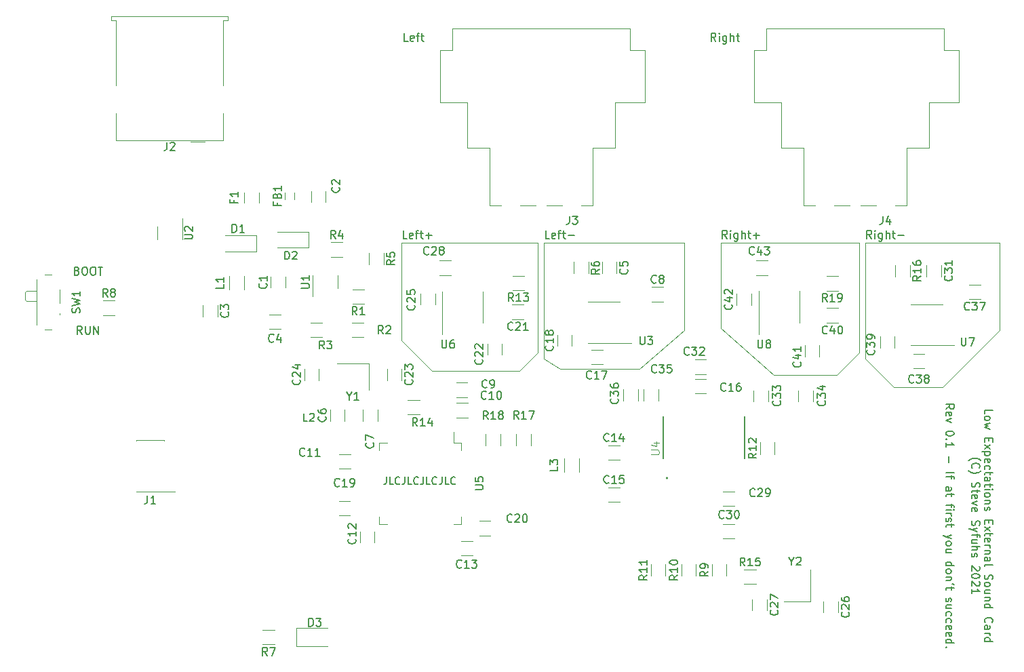
<source format=gbr>
%TF.GenerationSoftware,KiCad,Pcbnew,(5.99.0-9519-ga70106a3bd)*%
%TF.CreationDate,2021-04-02T22:42:04-07:00*%
%TF.ProjectId,UsbSound,55736253-6f75-46e6-942e-6b696361645f,rev?*%
%TF.SameCoordinates,Original*%
%TF.FileFunction,Legend,Top*%
%TF.FilePolarity,Positive*%
%FSLAX46Y46*%
G04 Gerber Fmt 4.6, Leading zero omitted, Abs format (unit mm)*
G04 Created by KiCad (PCBNEW (5.99.0-9519-ga70106a3bd)) date 2021-04-02 22:42:04*
%MOMM*%
%LPD*%
G01*
G04 APERTURE LIST*
%ADD10C,0.100000*%
%ADD11C,0.150000*%
%ADD12C,0.015000*%
%ADD13C,0.120000*%
%ADD14C,0.127000*%
%ADD15C,0.200000*%
G04 APERTURE END LIST*
D10*
X196596000Y-79756000D02*
X189484000Y-86868000D01*
X189484000Y-86868000D02*
X183388000Y-86868000D01*
X183388000Y-86868000D02*
X179832000Y-83312000D01*
X179832000Y-83312000D02*
X179832000Y-68834000D01*
X179832000Y-68834000D02*
X196596000Y-68834000D01*
X196596000Y-68834000D02*
X196596000Y-79756000D01*
X179070000Y-82550000D02*
X176299091Y-85344000D01*
X176299091Y-85344000D02*
X168402000Y-85344000D01*
X168402000Y-85344000D02*
X161798000Y-79502000D01*
X161798000Y-79502000D02*
X161798000Y-68834000D01*
X161798000Y-68834000D02*
X179070000Y-68834000D01*
X179070000Y-68834000D02*
X179070000Y-82550000D01*
X138938000Y-82550000D02*
X136652000Y-84836000D01*
X136652000Y-84836000D02*
X125730000Y-84836000D01*
X125730000Y-84836000D02*
X121920000Y-81026000D01*
X121920000Y-81026000D02*
X121920000Y-68834000D01*
X121920000Y-68834000D02*
X138938000Y-68834000D01*
X138938000Y-68834000D02*
X138938000Y-82550000D01*
X157226000Y-79756000D02*
X151638000Y-84582000D01*
X151638000Y-84582000D02*
X141732000Y-84582000D01*
X141732000Y-84582000D02*
X139700000Y-83312000D01*
X139700000Y-83312000D02*
X139700000Y-68834000D01*
X139700000Y-68834000D02*
X157226000Y-68834000D01*
X157226000Y-68834000D02*
X157226000Y-79756000D01*
D11*
X194748619Y-90163809D02*
X194748619Y-89687619D01*
X195748619Y-89687619D01*
X194748619Y-90639999D02*
X194796238Y-90544761D01*
X194843857Y-90497142D01*
X194939095Y-90449523D01*
X195224809Y-90449523D01*
X195320047Y-90497142D01*
X195367666Y-90544761D01*
X195415285Y-90639999D01*
X195415285Y-90782857D01*
X195367666Y-90878095D01*
X195320047Y-90925714D01*
X195224809Y-90973333D01*
X194939095Y-90973333D01*
X194843857Y-90925714D01*
X194796238Y-90878095D01*
X194748619Y-90782857D01*
X194748619Y-90639999D01*
X195415285Y-91306666D02*
X194748619Y-91497142D01*
X195224809Y-91687619D01*
X194748619Y-91878095D01*
X195415285Y-92068571D01*
X195272428Y-93211428D02*
X195272428Y-93544761D01*
X194748619Y-93687619D02*
X194748619Y-93211428D01*
X195748619Y-93211428D01*
X195748619Y-93687619D01*
X194748619Y-94020952D02*
X195415285Y-94544761D01*
X195415285Y-94020952D02*
X194748619Y-94544761D01*
X195415285Y-94925714D02*
X194415285Y-94925714D01*
X195367666Y-94925714D02*
X195415285Y-95020952D01*
X195415285Y-95211428D01*
X195367666Y-95306666D01*
X195320047Y-95354285D01*
X195224809Y-95401904D01*
X194939095Y-95401904D01*
X194843857Y-95354285D01*
X194796238Y-95306666D01*
X194748619Y-95211428D01*
X194748619Y-95020952D01*
X194796238Y-94925714D01*
X194796238Y-96211428D02*
X194748619Y-96116190D01*
X194748619Y-95925714D01*
X194796238Y-95830476D01*
X194891476Y-95782857D01*
X195272428Y-95782857D01*
X195367666Y-95830476D01*
X195415285Y-95925714D01*
X195415285Y-96116190D01*
X195367666Y-96211428D01*
X195272428Y-96259047D01*
X195177190Y-96259047D01*
X195081952Y-95782857D01*
X194796238Y-97116190D02*
X194748619Y-97020952D01*
X194748619Y-96830476D01*
X194796238Y-96735238D01*
X194843857Y-96687619D01*
X194939095Y-96639999D01*
X195224809Y-96639999D01*
X195320047Y-96687619D01*
X195367666Y-96735238D01*
X195415285Y-96830476D01*
X195415285Y-97020952D01*
X195367666Y-97116190D01*
X195415285Y-97401904D02*
X195415285Y-97782857D01*
X195748619Y-97544761D02*
X194891476Y-97544761D01*
X194796238Y-97592380D01*
X194748619Y-97687619D01*
X194748619Y-97782857D01*
X194748619Y-98544761D02*
X195272428Y-98544761D01*
X195367666Y-98497142D01*
X195415285Y-98401904D01*
X195415285Y-98211428D01*
X195367666Y-98116190D01*
X194796238Y-98544761D02*
X194748619Y-98449523D01*
X194748619Y-98211428D01*
X194796238Y-98116190D01*
X194891476Y-98068571D01*
X194986714Y-98068571D01*
X195081952Y-98116190D01*
X195129571Y-98211428D01*
X195129571Y-98449523D01*
X195177190Y-98544761D01*
X195415285Y-98878095D02*
X195415285Y-99259047D01*
X195748619Y-99020952D02*
X194891476Y-99020952D01*
X194796238Y-99068571D01*
X194748619Y-99163809D01*
X194748619Y-99259047D01*
X194748619Y-99592380D02*
X195415285Y-99592380D01*
X195748619Y-99592380D02*
X195701000Y-99544761D01*
X195653380Y-99592380D01*
X195701000Y-99639999D01*
X195748619Y-99592380D01*
X195653380Y-99592380D01*
X194748619Y-100211428D02*
X194796238Y-100116190D01*
X194843857Y-100068571D01*
X194939095Y-100020952D01*
X195224809Y-100020952D01*
X195320047Y-100068571D01*
X195367666Y-100116190D01*
X195415285Y-100211428D01*
X195415285Y-100354285D01*
X195367666Y-100449523D01*
X195320047Y-100497142D01*
X195224809Y-100544761D01*
X194939095Y-100544761D01*
X194843857Y-100497142D01*
X194796238Y-100449523D01*
X194748619Y-100354285D01*
X194748619Y-100211428D01*
X195415285Y-100973333D02*
X194748619Y-100973333D01*
X195320047Y-100973333D02*
X195367666Y-101020952D01*
X195415285Y-101116190D01*
X195415285Y-101259047D01*
X195367666Y-101354285D01*
X195272428Y-101401904D01*
X194748619Y-101401904D01*
X194796238Y-101830476D02*
X194748619Y-101925714D01*
X194748619Y-102116190D01*
X194796238Y-102211428D01*
X194891476Y-102259047D01*
X194939095Y-102259047D01*
X195034333Y-102211428D01*
X195081952Y-102116190D01*
X195081952Y-101973333D01*
X195129571Y-101878095D01*
X195224809Y-101830476D01*
X195272428Y-101830476D01*
X195367666Y-101878095D01*
X195415285Y-101973333D01*
X195415285Y-102116190D01*
X195367666Y-102211428D01*
X195272428Y-103449523D02*
X195272428Y-103782857D01*
X194748619Y-103925714D02*
X194748619Y-103449523D01*
X195748619Y-103449523D01*
X195748619Y-103925714D01*
X194748619Y-104259047D02*
X195415285Y-104782857D01*
X195415285Y-104259047D02*
X194748619Y-104782857D01*
X195415285Y-105020952D02*
X195415285Y-105401904D01*
X195748619Y-105163809D02*
X194891476Y-105163809D01*
X194796238Y-105211428D01*
X194748619Y-105306666D01*
X194748619Y-105401904D01*
X194796238Y-106116190D02*
X194748619Y-106020952D01*
X194748619Y-105830476D01*
X194796238Y-105735238D01*
X194891476Y-105687619D01*
X195272428Y-105687619D01*
X195367666Y-105735238D01*
X195415285Y-105830476D01*
X195415285Y-106020952D01*
X195367666Y-106116190D01*
X195272428Y-106163809D01*
X195177190Y-106163809D01*
X195081952Y-105687619D01*
X194748619Y-106592380D02*
X195415285Y-106592380D01*
X195224809Y-106592380D02*
X195320047Y-106639999D01*
X195367666Y-106687619D01*
X195415285Y-106782857D01*
X195415285Y-106878095D01*
X195415285Y-107211428D02*
X194748619Y-107211428D01*
X195320047Y-107211428D02*
X195367666Y-107259047D01*
X195415285Y-107354285D01*
X195415285Y-107497142D01*
X195367666Y-107592380D01*
X195272428Y-107639999D01*
X194748619Y-107639999D01*
X194748619Y-108544761D02*
X195272428Y-108544761D01*
X195367666Y-108497142D01*
X195415285Y-108401904D01*
X195415285Y-108211428D01*
X195367666Y-108116190D01*
X194796238Y-108544761D02*
X194748619Y-108449523D01*
X194748619Y-108211428D01*
X194796238Y-108116190D01*
X194891476Y-108068571D01*
X194986714Y-108068571D01*
X195081952Y-108116190D01*
X195129571Y-108211428D01*
X195129571Y-108449523D01*
X195177190Y-108544761D01*
X194748619Y-109163809D02*
X194796238Y-109068571D01*
X194891476Y-109020952D01*
X195748619Y-109020952D01*
X194796238Y-110259047D02*
X194748619Y-110401904D01*
X194748619Y-110639999D01*
X194796238Y-110735238D01*
X194843857Y-110782857D01*
X194939095Y-110830476D01*
X195034333Y-110830476D01*
X195129571Y-110782857D01*
X195177190Y-110735238D01*
X195224809Y-110639999D01*
X195272428Y-110449523D01*
X195320047Y-110354285D01*
X195367666Y-110306666D01*
X195462904Y-110259047D01*
X195558142Y-110259047D01*
X195653380Y-110306666D01*
X195701000Y-110354285D01*
X195748619Y-110449523D01*
X195748619Y-110687619D01*
X195701000Y-110830476D01*
X194748619Y-111401904D02*
X194796238Y-111306666D01*
X194843857Y-111259047D01*
X194939095Y-111211428D01*
X195224809Y-111211428D01*
X195320047Y-111259047D01*
X195367666Y-111306666D01*
X195415285Y-111401904D01*
X195415285Y-111544761D01*
X195367666Y-111639999D01*
X195320047Y-111687619D01*
X195224809Y-111735238D01*
X194939095Y-111735238D01*
X194843857Y-111687619D01*
X194796238Y-111639999D01*
X194748619Y-111544761D01*
X194748619Y-111401904D01*
X195415285Y-112592380D02*
X194748619Y-112592380D01*
X195415285Y-112163809D02*
X194891476Y-112163809D01*
X194796238Y-112211428D01*
X194748619Y-112306666D01*
X194748619Y-112449523D01*
X194796238Y-112544761D01*
X194843857Y-112592380D01*
X195415285Y-113068571D02*
X194748619Y-113068571D01*
X195320047Y-113068571D02*
X195367666Y-113116190D01*
X195415285Y-113211428D01*
X195415285Y-113354285D01*
X195367666Y-113449523D01*
X195272428Y-113497142D01*
X194748619Y-113497142D01*
X194748619Y-114401904D02*
X195748619Y-114401904D01*
X194796238Y-114401904D02*
X194748619Y-114306666D01*
X194748619Y-114116190D01*
X194796238Y-114020952D01*
X194843857Y-113973333D01*
X194939095Y-113925714D01*
X195224809Y-113925714D01*
X195320047Y-113973333D01*
X195367666Y-114020952D01*
X195415285Y-114116190D01*
X195415285Y-114306666D01*
X195367666Y-114401904D01*
X194843857Y-116211428D02*
X194796238Y-116163809D01*
X194748619Y-116020952D01*
X194748619Y-115925714D01*
X194796238Y-115782857D01*
X194891476Y-115687619D01*
X194986714Y-115639999D01*
X195177190Y-115592380D01*
X195320047Y-115592380D01*
X195510523Y-115639999D01*
X195605761Y-115687619D01*
X195701000Y-115782857D01*
X195748619Y-115925714D01*
X195748619Y-116020952D01*
X195701000Y-116163809D01*
X195653380Y-116211428D01*
X194748619Y-117068571D02*
X195272428Y-117068571D01*
X195367666Y-117020952D01*
X195415285Y-116925714D01*
X195415285Y-116735238D01*
X195367666Y-116639999D01*
X194796238Y-117068571D02*
X194748619Y-116973333D01*
X194748619Y-116735238D01*
X194796238Y-116639999D01*
X194891476Y-116592380D01*
X194986714Y-116592380D01*
X195081952Y-116639999D01*
X195129571Y-116735238D01*
X195129571Y-116973333D01*
X195177190Y-117068571D01*
X194748619Y-117544761D02*
X195415285Y-117544761D01*
X195224809Y-117544761D02*
X195320047Y-117592380D01*
X195367666Y-117639999D01*
X195415285Y-117735238D01*
X195415285Y-117830476D01*
X194748619Y-118592380D02*
X195748619Y-118592380D01*
X194796238Y-118592380D02*
X194748619Y-118497142D01*
X194748619Y-118306666D01*
X194796238Y-118211428D01*
X194843857Y-118163809D01*
X194939095Y-118116190D01*
X195224809Y-118116190D01*
X195320047Y-118163809D01*
X195367666Y-118211428D01*
X195415285Y-118306666D01*
X195415285Y-118497142D01*
X195367666Y-118592380D01*
X192757666Y-95997142D02*
X192805285Y-95949523D01*
X192948142Y-95854285D01*
X193043380Y-95806666D01*
X193186238Y-95759047D01*
X193424333Y-95711428D01*
X193614809Y-95711428D01*
X193852904Y-95759047D01*
X193995761Y-95806666D01*
X194091000Y-95854285D01*
X194233857Y-95949523D01*
X194281476Y-95997142D01*
X193233857Y-96949523D02*
X193186238Y-96901904D01*
X193138619Y-96759047D01*
X193138619Y-96663809D01*
X193186238Y-96520952D01*
X193281476Y-96425714D01*
X193376714Y-96378095D01*
X193567190Y-96330476D01*
X193710047Y-96330476D01*
X193900523Y-96378095D01*
X193995761Y-96425714D01*
X194091000Y-96520952D01*
X194138619Y-96663809D01*
X194138619Y-96759047D01*
X194091000Y-96901904D01*
X194043380Y-96949523D01*
X192757666Y-97282857D02*
X192805285Y-97330476D01*
X192948142Y-97425714D01*
X193043380Y-97473333D01*
X193186238Y-97520952D01*
X193424333Y-97568571D01*
X193614809Y-97568571D01*
X193852904Y-97520952D01*
X193995761Y-97473333D01*
X194091000Y-97425714D01*
X194233857Y-97330476D01*
X194281476Y-97282857D01*
X193186238Y-98759047D02*
X193138619Y-98901904D01*
X193138619Y-99140000D01*
X193186238Y-99235238D01*
X193233857Y-99282857D01*
X193329095Y-99330476D01*
X193424333Y-99330476D01*
X193519571Y-99282857D01*
X193567190Y-99235238D01*
X193614809Y-99140000D01*
X193662428Y-98949523D01*
X193710047Y-98854285D01*
X193757666Y-98806666D01*
X193852904Y-98759047D01*
X193948142Y-98759047D01*
X194043380Y-98806666D01*
X194091000Y-98854285D01*
X194138619Y-98949523D01*
X194138619Y-99187619D01*
X194091000Y-99330476D01*
X193805285Y-99616190D02*
X193805285Y-99997142D01*
X194138619Y-99759047D02*
X193281476Y-99759047D01*
X193186238Y-99806666D01*
X193138619Y-99901904D01*
X193138619Y-99997142D01*
X193186238Y-100711428D02*
X193138619Y-100616190D01*
X193138619Y-100425714D01*
X193186238Y-100330476D01*
X193281476Y-100282857D01*
X193662428Y-100282857D01*
X193757666Y-100330476D01*
X193805285Y-100425714D01*
X193805285Y-100616190D01*
X193757666Y-100711428D01*
X193662428Y-100759047D01*
X193567190Y-100759047D01*
X193471952Y-100282857D01*
X193805285Y-101092380D02*
X193138619Y-101330476D01*
X193805285Y-101568571D01*
X193186238Y-102330476D02*
X193138619Y-102235238D01*
X193138619Y-102044761D01*
X193186238Y-101949523D01*
X193281476Y-101901904D01*
X193662428Y-101901904D01*
X193757666Y-101949523D01*
X193805285Y-102044761D01*
X193805285Y-102235238D01*
X193757666Y-102330476D01*
X193662428Y-102378095D01*
X193567190Y-102378095D01*
X193471952Y-101901904D01*
X193186238Y-103520952D02*
X193138619Y-103663809D01*
X193138619Y-103901904D01*
X193186238Y-103997142D01*
X193233857Y-104044761D01*
X193329095Y-104092380D01*
X193424333Y-104092380D01*
X193519571Y-104044761D01*
X193567190Y-103997142D01*
X193614809Y-103901904D01*
X193662428Y-103711428D01*
X193710047Y-103616190D01*
X193757666Y-103568571D01*
X193852904Y-103520952D01*
X193948142Y-103520952D01*
X194043380Y-103568571D01*
X194091000Y-103616190D01*
X194138619Y-103711428D01*
X194138619Y-103949523D01*
X194091000Y-104092380D01*
X193805285Y-104425714D02*
X193138619Y-104663809D01*
X193805285Y-104901904D02*
X193138619Y-104663809D01*
X192900523Y-104568571D01*
X192852904Y-104520952D01*
X192805285Y-104425714D01*
X193805285Y-105140000D02*
X193805285Y-105520952D01*
X193138619Y-105282857D02*
X193995761Y-105282857D01*
X194091000Y-105330476D01*
X194138619Y-105425714D01*
X194138619Y-105520952D01*
X193805285Y-106282857D02*
X193138619Y-106282857D01*
X193805285Y-105854285D02*
X193281476Y-105854285D01*
X193186238Y-105901904D01*
X193138619Y-105997142D01*
X193138619Y-106140000D01*
X193186238Y-106235238D01*
X193233857Y-106282857D01*
X193138619Y-106759047D02*
X194138619Y-106759047D01*
X193138619Y-107187619D02*
X193662428Y-107187619D01*
X193757666Y-107140000D01*
X193805285Y-107044761D01*
X193805285Y-106901904D01*
X193757666Y-106806666D01*
X193710047Y-106759047D01*
X193186238Y-107616190D02*
X193138619Y-107711428D01*
X193138619Y-107901904D01*
X193186238Y-107997142D01*
X193281476Y-108044761D01*
X193329095Y-108044761D01*
X193424333Y-107997142D01*
X193471952Y-107901904D01*
X193471952Y-107759047D01*
X193519571Y-107663809D01*
X193614809Y-107616190D01*
X193662428Y-107616190D01*
X193757666Y-107663809D01*
X193805285Y-107759047D01*
X193805285Y-107901904D01*
X193757666Y-107997142D01*
X194043380Y-109187619D02*
X194091000Y-109235238D01*
X194138619Y-109330476D01*
X194138619Y-109568571D01*
X194091000Y-109663809D01*
X194043380Y-109711428D01*
X193948142Y-109759047D01*
X193852904Y-109759047D01*
X193710047Y-109711428D01*
X193138619Y-109140000D01*
X193138619Y-109759047D01*
X194138619Y-110378095D02*
X194138619Y-110473333D01*
X194091000Y-110568571D01*
X194043380Y-110616190D01*
X193948142Y-110663809D01*
X193757666Y-110711428D01*
X193519571Y-110711428D01*
X193329095Y-110663809D01*
X193233857Y-110616190D01*
X193186238Y-110568571D01*
X193138619Y-110473333D01*
X193138619Y-110378095D01*
X193186238Y-110282857D01*
X193233857Y-110235238D01*
X193329095Y-110187619D01*
X193519571Y-110140000D01*
X193757666Y-110140000D01*
X193948142Y-110187619D01*
X194043380Y-110235238D01*
X194091000Y-110282857D01*
X194138619Y-110378095D01*
X194043380Y-111092380D02*
X194091000Y-111140000D01*
X194138619Y-111235238D01*
X194138619Y-111473333D01*
X194091000Y-111568571D01*
X194043380Y-111616190D01*
X193948142Y-111663809D01*
X193852904Y-111663809D01*
X193710047Y-111616190D01*
X193138619Y-111044761D01*
X193138619Y-111663809D01*
X193138619Y-112616190D02*
X193138619Y-112044761D01*
X193138619Y-112330476D02*
X194138619Y-112330476D01*
X193995761Y-112235238D01*
X193900523Y-112140000D01*
X193852904Y-112044761D01*
X189918619Y-89568571D02*
X190394809Y-89235238D01*
X189918619Y-88997142D02*
X190918619Y-88997142D01*
X190918619Y-89378095D01*
X190871000Y-89473333D01*
X190823380Y-89520952D01*
X190728142Y-89568571D01*
X190585285Y-89568571D01*
X190490047Y-89520952D01*
X190442428Y-89473333D01*
X190394809Y-89378095D01*
X190394809Y-88997142D01*
X189966238Y-90378095D02*
X189918619Y-90282857D01*
X189918619Y-90092380D01*
X189966238Y-89997142D01*
X190061476Y-89949523D01*
X190442428Y-89949523D01*
X190537666Y-89997142D01*
X190585285Y-90092380D01*
X190585285Y-90282857D01*
X190537666Y-90378095D01*
X190442428Y-90425714D01*
X190347190Y-90425714D01*
X190251952Y-89949523D01*
X190585285Y-90759047D02*
X189918619Y-90997142D01*
X190585285Y-91235238D01*
X190918619Y-92568571D02*
X190918619Y-92663809D01*
X190871000Y-92759047D01*
X190823380Y-92806666D01*
X190728142Y-92854285D01*
X190537666Y-92901904D01*
X190299571Y-92901904D01*
X190109095Y-92854285D01*
X190013857Y-92806666D01*
X189966238Y-92759047D01*
X189918619Y-92663809D01*
X189918619Y-92568571D01*
X189966238Y-92473333D01*
X190013857Y-92425714D01*
X190109095Y-92378095D01*
X190299571Y-92330476D01*
X190537666Y-92330476D01*
X190728142Y-92378095D01*
X190823380Y-92425714D01*
X190871000Y-92473333D01*
X190918619Y-92568571D01*
X190013857Y-93330476D02*
X189966238Y-93378095D01*
X189918619Y-93330476D01*
X189966238Y-93282857D01*
X190013857Y-93330476D01*
X189918619Y-93330476D01*
X189918619Y-94330476D02*
X189918619Y-93759047D01*
X189918619Y-94044761D02*
X190918619Y-94044761D01*
X190775761Y-93949523D01*
X190680523Y-93854285D01*
X190632904Y-93759047D01*
X190299571Y-95520952D02*
X190299571Y-96282857D01*
X189918619Y-97520952D02*
X190918619Y-97520952D01*
X190585285Y-97854285D02*
X190585285Y-98235238D01*
X189918619Y-97997142D02*
X190775761Y-97997142D01*
X190871000Y-98044761D01*
X190918619Y-98140000D01*
X190918619Y-98235238D01*
X189918619Y-99759047D02*
X190442428Y-99759047D01*
X190537666Y-99711428D01*
X190585285Y-99616190D01*
X190585285Y-99425714D01*
X190537666Y-99330476D01*
X189966238Y-99759047D02*
X189918619Y-99663809D01*
X189918619Y-99425714D01*
X189966238Y-99330476D01*
X190061476Y-99282857D01*
X190156714Y-99282857D01*
X190251952Y-99330476D01*
X190299571Y-99425714D01*
X190299571Y-99663809D01*
X190347190Y-99759047D01*
X190585285Y-100092380D02*
X190585285Y-100473333D01*
X190918619Y-100235238D02*
X190061476Y-100235238D01*
X189966238Y-100282857D01*
X189918619Y-100378095D01*
X189918619Y-100473333D01*
X190585285Y-101425714D02*
X190585285Y-101806666D01*
X189918619Y-101568571D02*
X190775761Y-101568571D01*
X190871000Y-101616190D01*
X190918619Y-101711428D01*
X190918619Y-101806666D01*
X189918619Y-102140000D02*
X190585285Y-102140000D01*
X190918619Y-102140000D02*
X190871000Y-102092380D01*
X190823380Y-102140000D01*
X190871000Y-102187619D01*
X190918619Y-102140000D01*
X190823380Y-102140000D01*
X189918619Y-102616190D02*
X190585285Y-102616190D01*
X190394809Y-102616190D02*
X190490047Y-102663809D01*
X190537666Y-102711428D01*
X190585285Y-102806666D01*
X190585285Y-102901904D01*
X189966238Y-103187619D02*
X189918619Y-103282857D01*
X189918619Y-103473333D01*
X189966238Y-103568571D01*
X190061476Y-103616190D01*
X190109095Y-103616190D01*
X190204333Y-103568571D01*
X190251952Y-103473333D01*
X190251952Y-103330476D01*
X190299571Y-103235238D01*
X190394809Y-103187619D01*
X190442428Y-103187619D01*
X190537666Y-103235238D01*
X190585285Y-103330476D01*
X190585285Y-103473333D01*
X190537666Y-103568571D01*
X190585285Y-103901904D02*
X190585285Y-104282857D01*
X190918619Y-104044761D02*
X190061476Y-104044761D01*
X189966238Y-104092380D01*
X189918619Y-104187619D01*
X189918619Y-104282857D01*
X190585285Y-105282857D02*
X189918619Y-105520952D01*
X190585285Y-105759047D02*
X189918619Y-105520952D01*
X189680523Y-105425714D01*
X189632904Y-105378095D01*
X189585285Y-105282857D01*
X189918619Y-106282857D02*
X189966238Y-106187619D01*
X190013857Y-106140000D01*
X190109095Y-106092380D01*
X190394809Y-106092380D01*
X190490047Y-106140000D01*
X190537666Y-106187619D01*
X190585285Y-106282857D01*
X190585285Y-106425714D01*
X190537666Y-106520952D01*
X190490047Y-106568571D01*
X190394809Y-106616190D01*
X190109095Y-106616190D01*
X190013857Y-106568571D01*
X189966238Y-106520952D01*
X189918619Y-106425714D01*
X189918619Y-106282857D01*
X190585285Y-107473333D02*
X189918619Y-107473333D01*
X190585285Y-107044761D02*
X190061476Y-107044761D01*
X189966238Y-107092380D01*
X189918619Y-107187619D01*
X189918619Y-107330476D01*
X189966238Y-107425714D01*
X190013857Y-107473333D01*
X189918619Y-109140000D02*
X190918619Y-109140000D01*
X189966238Y-109140000D02*
X189918619Y-109044761D01*
X189918619Y-108854285D01*
X189966238Y-108759047D01*
X190013857Y-108711428D01*
X190109095Y-108663809D01*
X190394809Y-108663809D01*
X190490047Y-108711428D01*
X190537666Y-108759047D01*
X190585285Y-108854285D01*
X190585285Y-109044761D01*
X190537666Y-109140000D01*
X189918619Y-109759047D02*
X189966238Y-109663809D01*
X190013857Y-109616190D01*
X190109095Y-109568571D01*
X190394809Y-109568571D01*
X190490047Y-109616190D01*
X190537666Y-109663809D01*
X190585285Y-109759047D01*
X190585285Y-109901904D01*
X190537666Y-109997142D01*
X190490047Y-110044761D01*
X190394809Y-110092380D01*
X190109095Y-110092380D01*
X190013857Y-110044761D01*
X189966238Y-109997142D01*
X189918619Y-109901904D01*
X189918619Y-109759047D01*
X190585285Y-110520952D02*
X189918619Y-110520952D01*
X190490047Y-110520952D02*
X190537666Y-110568571D01*
X190585285Y-110663809D01*
X190585285Y-110806666D01*
X190537666Y-110901904D01*
X190442428Y-110949523D01*
X189918619Y-110949523D01*
X190918619Y-111473333D02*
X190728142Y-111378095D01*
X190585285Y-111759047D02*
X190585285Y-112139999D01*
X190918619Y-111901904D02*
X190061476Y-111901904D01*
X189966238Y-111949523D01*
X189918619Y-112044761D01*
X189918619Y-112139999D01*
X189966238Y-113187619D02*
X189918619Y-113282857D01*
X189918619Y-113473333D01*
X189966238Y-113568571D01*
X190061476Y-113616190D01*
X190109095Y-113616190D01*
X190204333Y-113568571D01*
X190251952Y-113473333D01*
X190251952Y-113330476D01*
X190299571Y-113235238D01*
X190394809Y-113187619D01*
X190442428Y-113187619D01*
X190537666Y-113235238D01*
X190585285Y-113330476D01*
X190585285Y-113473333D01*
X190537666Y-113568571D01*
X190585285Y-114473333D02*
X189918619Y-114473333D01*
X190585285Y-114044761D02*
X190061476Y-114044761D01*
X189966238Y-114092380D01*
X189918619Y-114187619D01*
X189918619Y-114330476D01*
X189966238Y-114425714D01*
X190013857Y-114473333D01*
X189966238Y-115378095D02*
X189918619Y-115282857D01*
X189918619Y-115092380D01*
X189966238Y-114997142D01*
X190013857Y-114949523D01*
X190109095Y-114901904D01*
X190394809Y-114901904D01*
X190490047Y-114949523D01*
X190537666Y-114997142D01*
X190585285Y-115092380D01*
X190585285Y-115282857D01*
X190537666Y-115378095D01*
X189966238Y-116235238D02*
X189918619Y-116139999D01*
X189918619Y-115949523D01*
X189966238Y-115854285D01*
X190013857Y-115806666D01*
X190109095Y-115759047D01*
X190394809Y-115759047D01*
X190490047Y-115806666D01*
X190537666Y-115854285D01*
X190585285Y-115949523D01*
X190585285Y-116139999D01*
X190537666Y-116235238D01*
X189966238Y-117044761D02*
X189918619Y-116949523D01*
X189918619Y-116759047D01*
X189966238Y-116663809D01*
X190061476Y-116616190D01*
X190442428Y-116616190D01*
X190537666Y-116663809D01*
X190585285Y-116759047D01*
X190585285Y-116949523D01*
X190537666Y-117044761D01*
X190442428Y-117092380D01*
X190347190Y-117092380D01*
X190251952Y-116616190D01*
X189966238Y-117901904D02*
X189918619Y-117806666D01*
X189918619Y-117616190D01*
X189966238Y-117520952D01*
X190061476Y-117473333D01*
X190442428Y-117473333D01*
X190537666Y-117520952D01*
X190585285Y-117616190D01*
X190585285Y-117806666D01*
X190537666Y-117901904D01*
X190442428Y-117949523D01*
X190347190Y-117949523D01*
X190251952Y-117473333D01*
X189918619Y-118806666D02*
X190918619Y-118806666D01*
X189966238Y-118806666D02*
X189918619Y-118711428D01*
X189918619Y-118520952D01*
X189966238Y-118425714D01*
X190013857Y-118378095D01*
X190109095Y-118330476D01*
X190394809Y-118330476D01*
X190490047Y-118378095D01*
X190537666Y-118425714D01*
X190585285Y-118520952D01*
X190585285Y-118711428D01*
X190537666Y-118806666D01*
X190013857Y-119282857D02*
X189966238Y-119330476D01*
X189918619Y-119282857D01*
X189966238Y-119235238D01*
X190013857Y-119282857D01*
X189918619Y-119282857D01*
X140422476Y-68270380D02*
X139946285Y-68270380D01*
X139946285Y-67270380D01*
X141136761Y-68222761D02*
X141041523Y-68270380D01*
X140851047Y-68270380D01*
X140755809Y-68222761D01*
X140708190Y-68127523D01*
X140708190Y-67746571D01*
X140755809Y-67651333D01*
X140851047Y-67603714D01*
X141041523Y-67603714D01*
X141136761Y-67651333D01*
X141184380Y-67746571D01*
X141184380Y-67841809D01*
X140708190Y-67937047D01*
X141470095Y-67603714D02*
X141851047Y-67603714D01*
X141612952Y-68270380D02*
X141612952Y-67413238D01*
X141660571Y-67318000D01*
X141755809Y-67270380D01*
X141851047Y-67270380D01*
X142041523Y-67603714D02*
X142422476Y-67603714D01*
X142184380Y-67270380D02*
X142184380Y-68127523D01*
X142232000Y-68222761D01*
X142327238Y-68270380D01*
X142422476Y-68270380D01*
X142755809Y-67889428D02*
X143517714Y-67889428D01*
X122753523Y-43632380D02*
X122277333Y-43632380D01*
X122277333Y-42632380D01*
X123467809Y-43584761D02*
X123372571Y-43632380D01*
X123182095Y-43632380D01*
X123086857Y-43584761D01*
X123039238Y-43489523D01*
X123039238Y-43108571D01*
X123086857Y-43013333D01*
X123182095Y-42965714D01*
X123372571Y-42965714D01*
X123467809Y-43013333D01*
X123515428Y-43108571D01*
X123515428Y-43203809D01*
X123039238Y-43299047D01*
X123801142Y-42965714D02*
X124182095Y-42965714D01*
X123944000Y-43632380D02*
X123944000Y-42775238D01*
X123991619Y-42680000D01*
X124086857Y-42632380D01*
X124182095Y-42632380D01*
X124372571Y-42965714D02*
X124753523Y-42965714D01*
X124515428Y-42632380D02*
X124515428Y-43489523D01*
X124563047Y-43584761D01*
X124658285Y-43632380D01*
X124753523Y-43632380D01*
X81446857Y-72318571D02*
X81589714Y-72366190D01*
X81637333Y-72413809D01*
X81684952Y-72509047D01*
X81684952Y-72651904D01*
X81637333Y-72747142D01*
X81589714Y-72794761D01*
X81494476Y-72842380D01*
X81113523Y-72842380D01*
X81113523Y-71842380D01*
X81446857Y-71842380D01*
X81542095Y-71890000D01*
X81589714Y-71937619D01*
X81637333Y-72032857D01*
X81637333Y-72128095D01*
X81589714Y-72223333D01*
X81542095Y-72270952D01*
X81446857Y-72318571D01*
X81113523Y-72318571D01*
X82304000Y-71842380D02*
X82494476Y-71842380D01*
X82589714Y-71890000D01*
X82684952Y-71985238D01*
X82732571Y-72175714D01*
X82732571Y-72509047D01*
X82684952Y-72699523D01*
X82589714Y-72794761D01*
X82494476Y-72842380D01*
X82304000Y-72842380D01*
X82208761Y-72794761D01*
X82113523Y-72699523D01*
X82065904Y-72509047D01*
X82065904Y-72175714D01*
X82113523Y-71985238D01*
X82208761Y-71890000D01*
X82304000Y-71842380D01*
X83351619Y-71842380D02*
X83542095Y-71842380D01*
X83637333Y-71890000D01*
X83732571Y-71985238D01*
X83780190Y-72175714D01*
X83780190Y-72509047D01*
X83732571Y-72699523D01*
X83637333Y-72794761D01*
X83542095Y-72842380D01*
X83351619Y-72842380D01*
X83256380Y-72794761D01*
X83161142Y-72699523D01*
X83113523Y-72509047D01*
X83113523Y-72175714D01*
X83161142Y-71985238D01*
X83256380Y-71890000D01*
X83351619Y-71842380D01*
X84065904Y-71842380D02*
X84637333Y-71842380D01*
X84351619Y-72842380D02*
X84351619Y-71842380D01*
X180633904Y-68270380D02*
X180300571Y-67794190D01*
X180062476Y-68270380D02*
X180062476Y-67270380D01*
X180443428Y-67270380D01*
X180538666Y-67318000D01*
X180586285Y-67365619D01*
X180633904Y-67460857D01*
X180633904Y-67603714D01*
X180586285Y-67698952D01*
X180538666Y-67746571D01*
X180443428Y-67794190D01*
X180062476Y-67794190D01*
X181062476Y-68270380D02*
X181062476Y-67603714D01*
X181062476Y-67270380D02*
X181014857Y-67318000D01*
X181062476Y-67365619D01*
X181110095Y-67318000D01*
X181062476Y-67270380D01*
X181062476Y-67365619D01*
X181967238Y-67603714D02*
X181967238Y-68413238D01*
X181919619Y-68508476D01*
X181872000Y-68556095D01*
X181776761Y-68603714D01*
X181633904Y-68603714D01*
X181538666Y-68556095D01*
X181967238Y-68222761D02*
X181872000Y-68270380D01*
X181681523Y-68270380D01*
X181586285Y-68222761D01*
X181538666Y-68175142D01*
X181491047Y-68079904D01*
X181491047Y-67794190D01*
X181538666Y-67698952D01*
X181586285Y-67651333D01*
X181681523Y-67603714D01*
X181872000Y-67603714D01*
X181967238Y-67651333D01*
X182443428Y-68270380D02*
X182443428Y-67270380D01*
X182872000Y-68270380D02*
X182872000Y-67746571D01*
X182824380Y-67651333D01*
X182729142Y-67603714D01*
X182586285Y-67603714D01*
X182491047Y-67651333D01*
X182443428Y-67698952D01*
X183205333Y-67603714D02*
X183586285Y-67603714D01*
X183348190Y-67270380D02*
X183348190Y-68127523D01*
X183395809Y-68222761D01*
X183491047Y-68270380D01*
X183586285Y-68270380D01*
X183919619Y-67889428D02*
X184681523Y-67889428D01*
X162599904Y-68270380D02*
X162266571Y-67794190D01*
X162028476Y-68270380D02*
X162028476Y-67270380D01*
X162409428Y-67270380D01*
X162504666Y-67318000D01*
X162552285Y-67365619D01*
X162599904Y-67460857D01*
X162599904Y-67603714D01*
X162552285Y-67698952D01*
X162504666Y-67746571D01*
X162409428Y-67794190D01*
X162028476Y-67794190D01*
X163028476Y-68270380D02*
X163028476Y-67603714D01*
X163028476Y-67270380D02*
X162980857Y-67318000D01*
X163028476Y-67365619D01*
X163076095Y-67318000D01*
X163028476Y-67270380D01*
X163028476Y-67365619D01*
X163933238Y-67603714D02*
X163933238Y-68413238D01*
X163885619Y-68508476D01*
X163838000Y-68556095D01*
X163742761Y-68603714D01*
X163599904Y-68603714D01*
X163504666Y-68556095D01*
X163933238Y-68222761D02*
X163838000Y-68270380D01*
X163647523Y-68270380D01*
X163552285Y-68222761D01*
X163504666Y-68175142D01*
X163457047Y-68079904D01*
X163457047Y-67794190D01*
X163504666Y-67698952D01*
X163552285Y-67651333D01*
X163647523Y-67603714D01*
X163838000Y-67603714D01*
X163933238Y-67651333D01*
X164409428Y-68270380D02*
X164409428Y-67270380D01*
X164838000Y-68270380D02*
X164838000Y-67746571D01*
X164790380Y-67651333D01*
X164695142Y-67603714D01*
X164552285Y-67603714D01*
X164457047Y-67651333D01*
X164409428Y-67698952D01*
X165171333Y-67603714D02*
X165552285Y-67603714D01*
X165314190Y-67270380D02*
X165314190Y-68127523D01*
X165361809Y-68222761D01*
X165457047Y-68270380D01*
X165552285Y-68270380D01*
X165885619Y-67889428D02*
X166647523Y-67889428D01*
X166266571Y-68270380D02*
X166266571Y-67508476D01*
X122642476Y-68270380D02*
X122166285Y-68270380D01*
X122166285Y-67270380D01*
X123356761Y-68222761D02*
X123261523Y-68270380D01*
X123071047Y-68270380D01*
X122975809Y-68222761D01*
X122928190Y-68127523D01*
X122928190Y-67746571D01*
X122975809Y-67651333D01*
X123071047Y-67603714D01*
X123261523Y-67603714D01*
X123356761Y-67651333D01*
X123404380Y-67746571D01*
X123404380Y-67841809D01*
X122928190Y-67937047D01*
X123690095Y-67603714D02*
X124071047Y-67603714D01*
X123832952Y-68270380D02*
X123832952Y-67413238D01*
X123880571Y-67318000D01*
X123975809Y-67270380D01*
X124071047Y-67270380D01*
X124261523Y-67603714D02*
X124642476Y-67603714D01*
X124404380Y-67270380D02*
X124404380Y-68127523D01*
X124452000Y-68222761D01*
X124547238Y-68270380D01*
X124642476Y-68270380D01*
X124975809Y-67889428D02*
X125737714Y-67889428D01*
X125356761Y-68270380D02*
X125356761Y-67508476D01*
X82065904Y-80208380D02*
X81732571Y-79732190D01*
X81494476Y-80208380D02*
X81494476Y-79208380D01*
X81875428Y-79208380D01*
X81970666Y-79256000D01*
X82018285Y-79303619D01*
X82065904Y-79398857D01*
X82065904Y-79541714D01*
X82018285Y-79636952D01*
X81970666Y-79684571D01*
X81875428Y-79732190D01*
X81494476Y-79732190D01*
X82494476Y-79208380D02*
X82494476Y-80017904D01*
X82542095Y-80113142D01*
X82589714Y-80160761D01*
X82684952Y-80208380D01*
X82875428Y-80208380D01*
X82970666Y-80160761D01*
X83018285Y-80113142D01*
X83065904Y-80017904D01*
X83065904Y-79208380D01*
X83542095Y-80208380D02*
X83542095Y-79208380D01*
X84113523Y-80208380D01*
X84113523Y-79208380D01*
X161186952Y-43632380D02*
X160853619Y-43156190D01*
X160615523Y-43632380D02*
X160615523Y-42632380D01*
X160996476Y-42632380D01*
X161091714Y-42680000D01*
X161139333Y-42727619D01*
X161186952Y-42822857D01*
X161186952Y-42965714D01*
X161139333Y-43060952D01*
X161091714Y-43108571D01*
X160996476Y-43156190D01*
X160615523Y-43156190D01*
X161615523Y-43632380D02*
X161615523Y-42965714D01*
X161615523Y-42632380D02*
X161567904Y-42680000D01*
X161615523Y-42727619D01*
X161663142Y-42680000D01*
X161615523Y-42632380D01*
X161615523Y-42727619D01*
X162520285Y-42965714D02*
X162520285Y-43775238D01*
X162472666Y-43870476D01*
X162425047Y-43918095D01*
X162329809Y-43965714D01*
X162186952Y-43965714D01*
X162091714Y-43918095D01*
X162520285Y-43584761D02*
X162425047Y-43632380D01*
X162234571Y-43632380D01*
X162139333Y-43584761D01*
X162091714Y-43537142D01*
X162044095Y-43441904D01*
X162044095Y-43156190D01*
X162091714Y-43060952D01*
X162139333Y-43013333D01*
X162234571Y-42965714D01*
X162425047Y-42965714D01*
X162520285Y-43013333D01*
X162996476Y-43632380D02*
X162996476Y-42632380D01*
X163425047Y-43632380D02*
X163425047Y-43108571D01*
X163377428Y-43013333D01*
X163282190Y-42965714D01*
X163139333Y-42965714D01*
X163044095Y-43013333D01*
X162996476Y-43060952D01*
X163758380Y-42965714D02*
X164139333Y-42965714D01*
X163901238Y-42632380D02*
X163901238Y-43489523D01*
X163948857Y-43584761D01*
X164044095Y-43632380D01*
X164139333Y-43632380D01*
X120048857Y-98059142D02*
X120048857Y-98702000D01*
X120006000Y-98830571D01*
X119920285Y-98916285D01*
X119791714Y-98959142D01*
X119706000Y-98959142D01*
X120906000Y-98959142D02*
X120477428Y-98959142D01*
X120477428Y-98059142D01*
X121720285Y-98873428D02*
X121677428Y-98916285D01*
X121548857Y-98959142D01*
X121463142Y-98959142D01*
X121334571Y-98916285D01*
X121248857Y-98830571D01*
X121206000Y-98744857D01*
X121163142Y-98573428D01*
X121163142Y-98444857D01*
X121206000Y-98273428D01*
X121248857Y-98187714D01*
X121334571Y-98102000D01*
X121463142Y-98059142D01*
X121548857Y-98059142D01*
X121677428Y-98102000D01*
X121720285Y-98144857D01*
X122363142Y-98059142D02*
X122363142Y-98702000D01*
X122320285Y-98830571D01*
X122234571Y-98916285D01*
X122106000Y-98959142D01*
X122020285Y-98959142D01*
X123220285Y-98959142D02*
X122791714Y-98959142D01*
X122791714Y-98059142D01*
X124034571Y-98873428D02*
X123991714Y-98916285D01*
X123863142Y-98959142D01*
X123777428Y-98959142D01*
X123648857Y-98916285D01*
X123563142Y-98830571D01*
X123520285Y-98744857D01*
X123477428Y-98573428D01*
X123477428Y-98444857D01*
X123520285Y-98273428D01*
X123563142Y-98187714D01*
X123648857Y-98102000D01*
X123777428Y-98059142D01*
X123863142Y-98059142D01*
X123991714Y-98102000D01*
X124034571Y-98144857D01*
X124677428Y-98059142D02*
X124677428Y-98702000D01*
X124634571Y-98830571D01*
X124548857Y-98916285D01*
X124420285Y-98959142D01*
X124334571Y-98959142D01*
X125534571Y-98959142D02*
X125106000Y-98959142D01*
X125106000Y-98059142D01*
X126348857Y-98873428D02*
X126306000Y-98916285D01*
X126177428Y-98959142D01*
X126091714Y-98959142D01*
X125963142Y-98916285D01*
X125877428Y-98830571D01*
X125834571Y-98744857D01*
X125791714Y-98573428D01*
X125791714Y-98444857D01*
X125834571Y-98273428D01*
X125877428Y-98187714D01*
X125963142Y-98102000D01*
X126091714Y-98059142D01*
X126177428Y-98059142D01*
X126306000Y-98102000D01*
X126348857Y-98144857D01*
X126991714Y-98059142D02*
X126991714Y-98702000D01*
X126948857Y-98830571D01*
X126863142Y-98916285D01*
X126734571Y-98959142D01*
X126648857Y-98959142D01*
X127848857Y-98959142D02*
X127420285Y-98959142D01*
X127420285Y-98059142D01*
X128663142Y-98873428D02*
X128620285Y-98916285D01*
X128491714Y-98959142D01*
X128406000Y-98959142D01*
X128277428Y-98916285D01*
X128191714Y-98830571D01*
X128148857Y-98744857D01*
X128106000Y-98573428D01*
X128106000Y-98444857D01*
X128148857Y-98273428D01*
X128191714Y-98187714D01*
X128277428Y-98102000D01*
X128406000Y-98059142D01*
X128491714Y-98059142D01*
X128620285Y-98102000D01*
X128663142Y-98144857D01*
%TO.C,C37*%
X192856142Y-77137142D02*
X192808523Y-77184761D01*
X192665666Y-77232380D01*
X192570428Y-77232380D01*
X192427571Y-77184761D01*
X192332333Y-77089523D01*
X192284714Y-76994285D01*
X192237095Y-76803809D01*
X192237095Y-76660952D01*
X192284714Y-76470476D01*
X192332333Y-76375238D01*
X192427571Y-76280000D01*
X192570428Y-76232380D01*
X192665666Y-76232380D01*
X192808523Y-76280000D01*
X192856142Y-76327619D01*
X193189476Y-76232380D02*
X193808523Y-76232380D01*
X193475190Y-76613333D01*
X193618047Y-76613333D01*
X193713285Y-76660952D01*
X193760904Y-76708571D01*
X193808523Y-76803809D01*
X193808523Y-77041904D01*
X193760904Y-77137142D01*
X193713285Y-77184761D01*
X193618047Y-77232380D01*
X193332333Y-77232380D01*
X193237095Y-77184761D01*
X193189476Y-77137142D01*
X194141857Y-76232380D02*
X194808523Y-76232380D01*
X194379952Y-77232380D01*
%TO.C,R10*%
X156427880Y-110325957D02*
X155951690Y-110659290D01*
X156427880Y-110897385D02*
X155427880Y-110897385D01*
X155427880Y-110516433D01*
X155475500Y-110421195D01*
X155523119Y-110373576D01*
X155618357Y-110325957D01*
X155761214Y-110325957D01*
X155856452Y-110373576D01*
X155904071Y-110421195D01*
X155951690Y-110516433D01*
X155951690Y-110897385D01*
X156427880Y-109373576D02*
X156427880Y-109945004D01*
X156427880Y-109659290D02*
X155427880Y-109659290D01*
X155570738Y-109754528D01*
X155665976Y-109849766D01*
X155713595Y-109945004D01*
X155427880Y-108754528D02*
X155427880Y-108659290D01*
X155475500Y-108564052D01*
X155523119Y-108516433D01*
X155618357Y-108468814D01*
X155808833Y-108421195D01*
X156046928Y-108421195D01*
X156237404Y-108468814D01*
X156332642Y-108516433D01*
X156380261Y-108564052D01*
X156427880Y-108659290D01*
X156427880Y-108754528D01*
X156380261Y-108849766D01*
X156332642Y-108897385D01*
X156237404Y-108945004D01*
X156046928Y-108992623D01*
X155808833Y-108992623D01*
X155618357Y-108945004D01*
X155523119Y-108897385D01*
X155475500Y-108849766D01*
X155427880Y-108754528D01*
%TO.C,C5*%
X150102642Y-72099266D02*
X150150261Y-72146885D01*
X150197880Y-72289742D01*
X150197880Y-72384980D01*
X150150261Y-72527838D01*
X150055023Y-72623076D01*
X149959785Y-72670695D01*
X149769309Y-72718314D01*
X149626452Y-72718314D01*
X149435976Y-72670695D01*
X149340738Y-72623076D01*
X149245500Y-72527838D01*
X149197880Y-72384980D01*
X149197880Y-72289742D01*
X149245500Y-72146885D01*
X149293119Y-72099266D01*
X149197880Y-71194504D02*
X149197880Y-71670695D01*
X149674071Y-71718314D01*
X149626452Y-71670695D01*
X149578833Y-71575457D01*
X149578833Y-71337361D01*
X149626452Y-71242123D01*
X149674071Y-71194504D01*
X149769309Y-71146885D01*
X150007404Y-71146885D01*
X150102642Y-71194504D01*
X150150261Y-71242123D01*
X150197880Y-71337361D01*
X150197880Y-71575457D01*
X150150261Y-71670695D01*
X150102642Y-71718314D01*
%TO.C,R5*%
X121104280Y-70962566D02*
X120628090Y-71295900D01*
X121104280Y-71533995D02*
X120104280Y-71533995D01*
X120104280Y-71153042D01*
X120151900Y-71057804D01*
X120199519Y-71010185D01*
X120294757Y-70962566D01*
X120437614Y-70962566D01*
X120532852Y-71010185D01*
X120580471Y-71057804D01*
X120628090Y-71153042D01*
X120628090Y-71533995D01*
X120104280Y-70057804D02*
X120104280Y-70533995D01*
X120580471Y-70581614D01*
X120532852Y-70533995D01*
X120485233Y-70438757D01*
X120485233Y-70200661D01*
X120532852Y-70105423D01*
X120580471Y-70057804D01*
X120675709Y-70010185D01*
X120913804Y-70010185D01*
X121009042Y-70057804D01*
X121056661Y-70105423D01*
X121104280Y-70200661D01*
X121104280Y-70438757D01*
X121056661Y-70533995D01*
X121009042Y-70581614D01*
%TO.C,R14*%
X123918742Y-91689180D02*
X123585409Y-91212990D01*
X123347314Y-91689180D02*
X123347314Y-90689180D01*
X123728266Y-90689180D01*
X123823504Y-90736800D01*
X123871123Y-90784419D01*
X123918742Y-90879657D01*
X123918742Y-91022514D01*
X123871123Y-91117752D01*
X123823504Y-91165371D01*
X123728266Y-91212990D01*
X123347314Y-91212990D01*
X124871123Y-91689180D02*
X124299695Y-91689180D01*
X124585409Y-91689180D02*
X124585409Y-90689180D01*
X124490171Y-90832038D01*
X124394933Y-90927276D01*
X124299695Y-90974895D01*
X125728266Y-91022514D02*
X125728266Y-91689180D01*
X125490171Y-90641561D02*
X125252076Y-91355847D01*
X125871123Y-91355847D01*
%TO.C,C25*%
X123547142Y-76588857D02*
X123594761Y-76636476D01*
X123642380Y-76779333D01*
X123642380Y-76874571D01*
X123594761Y-77017428D01*
X123499523Y-77112666D01*
X123404285Y-77160285D01*
X123213809Y-77207904D01*
X123070952Y-77207904D01*
X122880476Y-77160285D01*
X122785238Y-77112666D01*
X122690000Y-77017428D01*
X122642380Y-76874571D01*
X122642380Y-76779333D01*
X122690000Y-76636476D01*
X122737619Y-76588857D01*
X122737619Y-76207904D02*
X122690000Y-76160285D01*
X122642380Y-76065047D01*
X122642380Y-75826952D01*
X122690000Y-75731714D01*
X122737619Y-75684095D01*
X122832857Y-75636476D01*
X122928095Y-75636476D01*
X123070952Y-75684095D01*
X123642380Y-76255523D01*
X123642380Y-75636476D01*
X122642380Y-74731714D02*
X122642380Y-75207904D01*
X123118571Y-75255523D01*
X123070952Y-75207904D01*
X123023333Y-75112666D01*
X123023333Y-74874571D01*
X123070952Y-74779333D01*
X123118571Y-74731714D01*
X123213809Y-74684095D01*
X123451904Y-74684095D01*
X123547142Y-74731714D01*
X123594761Y-74779333D01*
X123642380Y-74874571D01*
X123642380Y-75112666D01*
X123594761Y-75207904D01*
X123547142Y-75255523D01*
%TO.C,C24*%
X109236442Y-85900057D02*
X109284061Y-85947676D01*
X109331680Y-86090533D01*
X109331680Y-86185771D01*
X109284061Y-86328628D01*
X109188823Y-86423866D01*
X109093585Y-86471485D01*
X108903109Y-86519104D01*
X108760252Y-86519104D01*
X108569776Y-86471485D01*
X108474538Y-86423866D01*
X108379300Y-86328628D01*
X108331680Y-86185771D01*
X108331680Y-86090533D01*
X108379300Y-85947676D01*
X108426919Y-85900057D01*
X108426919Y-85519104D02*
X108379300Y-85471485D01*
X108331680Y-85376247D01*
X108331680Y-85138152D01*
X108379300Y-85042914D01*
X108426919Y-84995295D01*
X108522157Y-84947676D01*
X108617395Y-84947676D01*
X108760252Y-84995295D01*
X109331680Y-85566723D01*
X109331680Y-84947676D01*
X108665014Y-84090533D02*
X109331680Y-84090533D01*
X108284061Y-84328628D02*
X108998347Y-84566723D01*
X108998347Y-83947676D01*
%TO.C,R12*%
X166257680Y-95107357D02*
X165781490Y-95440690D01*
X166257680Y-95678785D02*
X165257680Y-95678785D01*
X165257680Y-95297833D01*
X165305300Y-95202595D01*
X165352919Y-95154976D01*
X165448157Y-95107357D01*
X165591014Y-95107357D01*
X165686252Y-95154976D01*
X165733871Y-95202595D01*
X165781490Y-95297833D01*
X165781490Y-95678785D01*
X166257680Y-94154976D02*
X166257680Y-94726404D01*
X166257680Y-94440690D02*
X165257680Y-94440690D01*
X165400538Y-94535928D01*
X165495776Y-94631166D01*
X165543395Y-94726404D01*
X165352919Y-93774023D02*
X165305300Y-93726404D01*
X165257680Y-93631166D01*
X165257680Y-93393071D01*
X165305300Y-93297833D01*
X165352919Y-93250214D01*
X165448157Y-93202595D01*
X165543395Y-93202595D01*
X165686252Y-93250214D01*
X166257680Y-93821642D01*
X166257680Y-93202595D01*
%TO.C,R7*%
X105192533Y-120331580D02*
X104859200Y-119855390D01*
X104621104Y-120331580D02*
X104621104Y-119331580D01*
X105002057Y-119331580D01*
X105097295Y-119379200D01*
X105144914Y-119426819D01*
X105192533Y-119522057D01*
X105192533Y-119664914D01*
X105144914Y-119760152D01*
X105097295Y-119807771D01*
X105002057Y-119855390D01*
X104621104Y-119855390D01*
X105525866Y-119331580D02*
X106192533Y-119331580D01*
X105763961Y-120331580D01*
D12*
%TO.C,U4*%
X153117880Y-95244504D02*
X153927404Y-95244504D01*
X154022642Y-95196885D01*
X154070261Y-95149266D01*
X154117880Y-95054028D01*
X154117880Y-94863552D01*
X154070261Y-94768314D01*
X154022642Y-94720695D01*
X153927404Y-94673076D01*
X153117880Y-94673076D01*
X153451214Y-93768314D02*
X154117880Y-93768314D01*
X153070261Y-94006409D02*
X153784547Y-94244504D01*
X153784547Y-93625457D01*
D11*
%TO.C,C14*%
X147829042Y-93523342D02*
X147781423Y-93570961D01*
X147638566Y-93618580D01*
X147543328Y-93618580D01*
X147400471Y-93570961D01*
X147305233Y-93475723D01*
X147257614Y-93380485D01*
X147209995Y-93190009D01*
X147209995Y-93047152D01*
X147257614Y-92856676D01*
X147305233Y-92761438D01*
X147400471Y-92666200D01*
X147543328Y-92618580D01*
X147638566Y-92618580D01*
X147781423Y-92666200D01*
X147829042Y-92713819D01*
X148781423Y-93618580D02*
X148209995Y-93618580D01*
X148495709Y-93618580D02*
X148495709Y-92618580D01*
X148400471Y-92761438D01*
X148305233Y-92856676D01*
X148209995Y-92904295D01*
X149638566Y-92951914D02*
X149638566Y-93618580D01*
X149400471Y-92570961D02*
X149162376Y-93285247D01*
X149781423Y-93285247D01*
%TO.C,C2*%
X114149142Y-61888666D02*
X114196761Y-61936285D01*
X114244380Y-62079142D01*
X114244380Y-62174380D01*
X114196761Y-62317238D01*
X114101523Y-62412476D01*
X114006285Y-62460095D01*
X113815809Y-62507714D01*
X113672952Y-62507714D01*
X113482476Y-62460095D01*
X113387238Y-62412476D01*
X113292000Y-62317238D01*
X113244380Y-62174380D01*
X113244380Y-62079142D01*
X113292000Y-61936285D01*
X113339619Y-61888666D01*
X113339619Y-61507714D02*
X113292000Y-61460095D01*
X113244380Y-61364857D01*
X113244380Y-61126761D01*
X113292000Y-61031523D01*
X113339619Y-60983904D01*
X113434857Y-60936285D01*
X113530095Y-60936285D01*
X113672952Y-60983904D01*
X114244380Y-61555333D01*
X114244380Y-60936285D01*
%TO.C,J2*%
X92666766Y-56262380D02*
X92666766Y-56976666D01*
X92619147Y-57119523D01*
X92523909Y-57214761D01*
X92381052Y-57262380D01*
X92285814Y-57262380D01*
X93095338Y-56357619D02*
X93142957Y-56310000D01*
X93238195Y-56262380D01*
X93476290Y-56262380D01*
X93571528Y-56310000D01*
X93619147Y-56357619D01*
X93666766Y-56452857D01*
X93666766Y-56548095D01*
X93619147Y-56690952D01*
X93047719Y-57262380D01*
X93666766Y-57262380D01*
%TO.C,C16*%
X162425142Y-87225142D02*
X162377523Y-87272761D01*
X162234666Y-87320380D01*
X162139428Y-87320380D01*
X161996571Y-87272761D01*
X161901333Y-87177523D01*
X161853714Y-87082285D01*
X161806095Y-86891809D01*
X161806095Y-86748952D01*
X161853714Y-86558476D01*
X161901333Y-86463238D01*
X161996571Y-86368000D01*
X162139428Y-86320380D01*
X162234666Y-86320380D01*
X162377523Y-86368000D01*
X162425142Y-86415619D01*
X163377523Y-87320380D02*
X162806095Y-87320380D01*
X163091809Y-87320380D02*
X163091809Y-86320380D01*
X162996571Y-86463238D01*
X162901333Y-86558476D01*
X162806095Y-86606095D01*
X164234666Y-86320380D02*
X164044190Y-86320380D01*
X163948952Y-86368000D01*
X163901333Y-86415619D01*
X163806095Y-86558476D01*
X163758476Y-86748952D01*
X163758476Y-87129904D01*
X163806095Y-87225142D01*
X163853714Y-87272761D01*
X163948952Y-87320380D01*
X164139428Y-87320380D01*
X164234666Y-87272761D01*
X164282285Y-87225142D01*
X164329904Y-87129904D01*
X164329904Y-86891809D01*
X164282285Y-86796571D01*
X164234666Y-86748952D01*
X164139428Y-86701333D01*
X163948952Y-86701333D01*
X163853714Y-86748952D01*
X163806095Y-86796571D01*
X163758476Y-86891809D01*
%TO.C,C33*%
X169201642Y-88543457D02*
X169249261Y-88591076D01*
X169296880Y-88733933D01*
X169296880Y-88829171D01*
X169249261Y-88972028D01*
X169154023Y-89067266D01*
X169058785Y-89114885D01*
X168868309Y-89162504D01*
X168725452Y-89162504D01*
X168534976Y-89114885D01*
X168439738Y-89067266D01*
X168344500Y-88972028D01*
X168296880Y-88829171D01*
X168296880Y-88733933D01*
X168344500Y-88591076D01*
X168392119Y-88543457D01*
X168296880Y-88210123D02*
X168296880Y-87591076D01*
X168677833Y-87924409D01*
X168677833Y-87781552D01*
X168725452Y-87686314D01*
X168773071Y-87638695D01*
X168868309Y-87591076D01*
X169106404Y-87591076D01*
X169201642Y-87638695D01*
X169249261Y-87686314D01*
X169296880Y-87781552D01*
X169296880Y-88067266D01*
X169249261Y-88162504D01*
X169201642Y-88210123D01*
X168296880Y-87257742D02*
X168296880Y-86638695D01*
X168677833Y-86972028D01*
X168677833Y-86829171D01*
X168725452Y-86733933D01*
X168773071Y-86686314D01*
X168868309Y-86638695D01*
X169106404Y-86638695D01*
X169201642Y-86686314D01*
X169249261Y-86733933D01*
X169296880Y-86829171D01*
X169296880Y-87114885D01*
X169249261Y-87210123D01*
X169201642Y-87257742D01*
%TO.C,R19*%
X175077642Y-76154980D02*
X174744309Y-75678790D01*
X174506214Y-76154980D02*
X174506214Y-75154980D01*
X174887166Y-75154980D01*
X174982404Y-75202600D01*
X175030023Y-75250219D01*
X175077642Y-75345457D01*
X175077642Y-75488314D01*
X175030023Y-75583552D01*
X174982404Y-75631171D01*
X174887166Y-75678790D01*
X174506214Y-75678790D01*
X176030023Y-76154980D02*
X175458595Y-76154980D01*
X175744309Y-76154980D02*
X175744309Y-75154980D01*
X175649071Y-75297838D01*
X175553833Y-75393076D01*
X175458595Y-75440695D01*
X176506214Y-76154980D02*
X176696690Y-76154980D01*
X176791928Y-76107361D01*
X176839547Y-76059742D01*
X176934785Y-75916885D01*
X176982404Y-75726409D01*
X176982404Y-75345457D01*
X176934785Y-75250219D01*
X176887166Y-75202600D01*
X176791928Y-75154980D01*
X176601452Y-75154980D01*
X176506214Y-75202600D01*
X176458595Y-75250219D01*
X176410976Y-75345457D01*
X176410976Y-75583552D01*
X176458595Y-75678790D01*
X176506214Y-75726409D01*
X176601452Y-75774028D01*
X176791928Y-75774028D01*
X176887166Y-75726409D01*
X176934785Y-75678790D01*
X176982404Y-75583552D01*
%TO.C,R17*%
X136553242Y-90791380D02*
X136219909Y-90315190D01*
X135981814Y-90791380D02*
X135981814Y-89791380D01*
X136362766Y-89791380D01*
X136458004Y-89839000D01*
X136505623Y-89886619D01*
X136553242Y-89981857D01*
X136553242Y-90124714D01*
X136505623Y-90219952D01*
X136458004Y-90267571D01*
X136362766Y-90315190D01*
X135981814Y-90315190D01*
X137505623Y-90791380D02*
X136934195Y-90791380D01*
X137219909Y-90791380D02*
X137219909Y-89791380D01*
X137124671Y-89934238D01*
X137029433Y-90029476D01*
X136934195Y-90077095D01*
X137838957Y-89791380D02*
X138505623Y-89791380D01*
X138077052Y-90791380D01*
%TO.C,U7*%
X191856995Y-80647380D02*
X191856995Y-81456904D01*
X191904614Y-81552142D01*
X191952233Y-81599761D01*
X192047471Y-81647380D01*
X192237947Y-81647380D01*
X192333185Y-81599761D01*
X192380804Y-81552142D01*
X192428423Y-81456904D01*
X192428423Y-80647380D01*
X192809376Y-80647380D02*
X193476042Y-80647380D01*
X193047471Y-81647380D01*
%TO.C,R2*%
X119655833Y-80174180D02*
X119322500Y-79697990D01*
X119084404Y-80174180D02*
X119084404Y-79174180D01*
X119465357Y-79174180D01*
X119560595Y-79221800D01*
X119608214Y-79269419D01*
X119655833Y-79364657D01*
X119655833Y-79507514D01*
X119608214Y-79602752D01*
X119560595Y-79650371D01*
X119465357Y-79697990D01*
X119084404Y-79697990D01*
X120036785Y-79269419D02*
X120084404Y-79221800D01*
X120179642Y-79174180D01*
X120417738Y-79174180D01*
X120512976Y-79221800D01*
X120560595Y-79269419D01*
X120608214Y-79364657D01*
X120608214Y-79459895D01*
X120560595Y-79602752D01*
X119989166Y-80174180D01*
X120608214Y-80174180D01*
%TO.C,C9*%
X132609833Y-86835342D02*
X132562214Y-86882961D01*
X132419357Y-86930580D01*
X132324119Y-86930580D01*
X132181261Y-86882961D01*
X132086023Y-86787723D01*
X132038404Y-86692485D01*
X131990785Y-86502009D01*
X131990785Y-86359152D01*
X132038404Y-86168676D01*
X132086023Y-86073438D01*
X132181261Y-85978200D01*
X132324119Y-85930580D01*
X132419357Y-85930580D01*
X132562214Y-85978200D01*
X132609833Y-86025819D01*
X133086023Y-86930580D02*
X133276500Y-86930580D01*
X133371738Y-86882961D01*
X133419357Y-86835342D01*
X133514595Y-86692485D01*
X133562214Y-86502009D01*
X133562214Y-86121057D01*
X133514595Y-86025819D01*
X133466976Y-85978200D01*
X133371738Y-85930580D01*
X133181261Y-85930580D01*
X133086023Y-85978200D01*
X133038404Y-86025819D01*
X132990785Y-86121057D01*
X132990785Y-86359152D01*
X133038404Y-86454390D01*
X133086023Y-86502009D01*
X133181261Y-86549628D01*
X133371738Y-86549628D01*
X133466976Y-86502009D01*
X133514595Y-86454390D01*
X133562214Y-86359152D01*
%TO.C,C1*%
X105045442Y-73896066D02*
X105093061Y-73943685D01*
X105140680Y-74086542D01*
X105140680Y-74181780D01*
X105093061Y-74324638D01*
X104997823Y-74419876D01*
X104902585Y-74467495D01*
X104712109Y-74515114D01*
X104569252Y-74515114D01*
X104378776Y-74467495D01*
X104283538Y-74419876D01*
X104188300Y-74324638D01*
X104140680Y-74181780D01*
X104140680Y-74086542D01*
X104188300Y-73943685D01*
X104235919Y-73896066D01*
X105140680Y-72943685D02*
X105140680Y-73515114D01*
X105140680Y-73229400D02*
X104140680Y-73229400D01*
X104283538Y-73324638D01*
X104378776Y-73419876D01*
X104426395Y-73515114D01*
%TO.C,C13*%
X129441242Y-109323142D02*
X129393623Y-109370761D01*
X129250766Y-109418380D01*
X129155528Y-109418380D01*
X129012671Y-109370761D01*
X128917433Y-109275523D01*
X128869814Y-109180285D01*
X128822195Y-108989809D01*
X128822195Y-108846952D01*
X128869814Y-108656476D01*
X128917433Y-108561238D01*
X129012671Y-108466000D01*
X129155528Y-108418380D01*
X129250766Y-108418380D01*
X129393623Y-108466000D01*
X129441242Y-108513619D01*
X130393623Y-109418380D02*
X129822195Y-109418380D01*
X130107909Y-109418380D02*
X130107909Y-108418380D01*
X130012671Y-108561238D01*
X129917433Y-108656476D01*
X129822195Y-108704095D01*
X130726957Y-108418380D02*
X131346004Y-108418380D01*
X131012671Y-108799333D01*
X131155528Y-108799333D01*
X131250766Y-108846952D01*
X131298385Y-108894571D01*
X131346004Y-108989809D01*
X131346004Y-109227904D01*
X131298385Y-109323142D01*
X131250766Y-109370761D01*
X131155528Y-109418380D01*
X130869814Y-109418380D01*
X130774576Y-109370761D01*
X130726957Y-109323142D01*
%TO.C,C22*%
X132003242Y-83361857D02*
X132050861Y-83409476D01*
X132098480Y-83552333D01*
X132098480Y-83647571D01*
X132050861Y-83790428D01*
X131955623Y-83885666D01*
X131860385Y-83933285D01*
X131669909Y-83980904D01*
X131527052Y-83980904D01*
X131336576Y-83933285D01*
X131241338Y-83885666D01*
X131146100Y-83790428D01*
X131098480Y-83647571D01*
X131098480Y-83552333D01*
X131146100Y-83409476D01*
X131193719Y-83361857D01*
X131193719Y-82980904D02*
X131146100Y-82933285D01*
X131098480Y-82838047D01*
X131098480Y-82599952D01*
X131146100Y-82504714D01*
X131193719Y-82457095D01*
X131288957Y-82409476D01*
X131384195Y-82409476D01*
X131527052Y-82457095D01*
X132098480Y-83028523D01*
X132098480Y-82409476D01*
X131193719Y-82028523D02*
X131146100Y-81980904D01*
X131098480Y-81885666D01*
X131098480Y-81647571D01*
X131146100Y-81552333D01*
X131193719Y-81504714D01*
X131288957Y-81457095D01*
X131384195Y-81457095D01*
X131527052Y-81504714D01*
X132098480Y-82076142D01*
X132098480Y-81457095D01*
%TO.C,C6*%
X112436842Y-90507466D02*
X112484461Y-90555085D01*
X112532080Y-90697942D01*
X112532080Y-90793180D01*
X112484461Y-90936038D01*
X112389223Y-91031276D01*
X112293985Y-91078895D01*
X112103509Y-91126514D01*
X111960652Y-91126514D01*
X111770176Y-91078895D01*
X111674938Y-91031276D01*
X111579700Y-90936038D01*
X111532080Y-90793180D01*
X111532080Y-90697942D01*
X111579700Y-90555085D01*
X111627319Y-90507466D01*
X111532080Y-89650323D02*
X111532080Y-89840800D01*
X111579700Y-89936038D01*
X111627319Y-89983657D01*
X111770176Y-90078895D01*
X111960652Y-90126514D01*
X112341604Y-90126514D01*
X112436842Y-90078895D01*
X112484461Y-90031276D01*
X112532080Y-89936038D01*
X112532080Y-89745561D01*
X112484461Y-89650323D01*
X112436842Y-89602704D01*
X112341604Y-89555085D01*
X112103509Y-89555085D01*
X112008271Y-89602704D01*
X111960652Y-89650323D01*
X111913033Y-89745561D01*
X111913033Y-89936038D01*
X111960652Y-90031276D01*
X112008271Y-90078895D01*
X112103509Y-90126514D01*
%TO.C,C17*%
X145661142Y-85701142D02*
X145613523Y-85748761D01*
X145470666Y-85796380D01*
X145375428Y-85796380D01*
X145232571Y-85748761D01*
X145137333Y-85653523D01*
X145089714Y-85558285D01*
X145042095Y-85367809D01*
X145042095Y-85224952D01*
X145089714Y-85034476D01*
X145137333Y-84939238D01*
X145232571Y-84844000D01*
X145375428Y-84796380D01*
X145470666Y-84796380D01*
X145613523Y-84844000D01*
X145661142Y-84891619D01*
X146613523Y-85796380D02*
X146042095Y-85796380D01*
X146327809Y-85796380D02*
X146327809Y-84796380D01*
X146232571Y-84939238D01*
X146137333Y-85034476D01*
X146042095Y-85082095D01*
X146946857Y-84796380D02*
X147613523Y-84796380D01*
X147184952Y-85796380D01*
%TO.C,C19*%
X114201242Y-99154342D02*
X114153623Y-99201961D01*
X114010766Y-99249580D01*
X113915528Y-99249580D01*
X113772671Y-99201961D01*
X113677433Y-99106723D01*
X113629814Y-99011485D01*
X113582195Y-98821009D01*
X113582195Y-98678152D01*
X113629814Y-98487676D01*
X113677433Y-98392438D01*
X113772671Y-98297200D01*
X113915528Y-98249580D01*
X114010766Y-98249580D01*
X114153623Y-98297200D01*
X114201242Y-98344819D01*
X115153623Y-99249580D02*
X114582195Y-99249580D01*
X114867909Y-99249580D02*
X114867909Y-98249580D01*
X114772671Y-98392438D01*
X114677433Y-98487676D01*
X114582195Y-98535295D01*
X115629814Y-99249580D02*
X115820290Y-99249580D01*
X115915528Y-99201961D01*
X115963147Y-99154342D01*
X116058385Y-99011485D01*
X116106004Y-98821009D01*
X116106004Y-98440057D01*
X116058385Y-98344819D01*
X116010766Y-98297200D01*
X115915528Y-98249580D01*
X115725052Y-98249580D01*
X115629814Y-98297200D01*
X115582195Y-98344819D01*
X115534576Y-98440057D01*
X115534576Y-98678152D01*
X115582195Y-98773390D01*
X115629814Y-98821009D01*
X115725052Y-98868628D01*
X115915528Y-98868628D01*
X116010766Y-98821009D01*
X116058385Y-98773390D01*
X116106004Y-98678152D01*
%TO.C,C26*%
X177761642Y-114918457D02*
X177809261Y-114966076D01*
X177856880Y-115108933D01*
X177856880Y-115204171D01*
X177809261Y-115347028D01*
X177714023Y-115442266D01*
X177618785Y-115489885D01*
X177428309Y-115537504D01*
X177285452Y-115537504D01*
X177094976Y-115489885D01*
X176999738Y-115442266D01*
X176904500Y-115347028D01*
X176856880Y-115204171D01*
X176856880Y-115108933D01*
X176904500Y-114966076D01*
X176952119Y-114918457D01*
X176952119Y-114537504D02*
X176904500Y-114489885D01*
X176856880Y-114394647D01*
X176856880Y-114156552D01*
X176904500Y-114061314D01*
X176952119Y-114013695D01*
X177047357Y-113966076D01*
X177142595Y-113966076D01*
X177285452Y-114013695D01*
X177856880Y-114585123D01*
X177856880Y-113966076D01*
X176856880Y-113108933D02*
X176856880Y-113299409D01*
X176904500Y-113394647D01*
X176952119Y-113442266D01*
X177094976Y-113537504D01*
X177285452Y-113585123D01*
X177666404Y-113585123D01*
X177761642Y-113537504D01*
X177809261Y-113489885D01*
X177856880Y-113394647D01*
X177856880Y-113204171D01*
X177809261Y-113108933D01*
X177761642Y-113061314D01*
X177666404Y-113013695D01*
X177428309Y-113013695D01*
X177333071Y-113061314D01*
X177285452Y-113108933D01*
X177237833Y-113204171D01*
X177237833Y-113394647D01*
X177285452Y-113489885D01*
X177333071Y-113537504D01*
X177428309Y-113585123D01*
%TO.C,C11*%
X109847142Y-95353142D02*
X109799523Y-95400761D01*
X109656666Y-95448380D01*
X109561428Y-95448380D01*
X109418571Y-95400761D01*
X109323333Y-95305523D01*
X109275714Y-95210285D01*
X109228095Y-95019809D01*
X109228095Y-94876952D01*
X109275714Y-94686476D01*
X109323333Y-94591238D01*
X109418571Y-94496000D01*
X109561428Y-94448380D01*
X109656666Y-94448380D01*
X109799523Y-94496000D01*
X109847142Y-94543619D01*
X110799523Y-95448380D02*
X110228095Y-95448380D01*
X110513809Y-95448380D02*
X110513809Y-94448380D01*
X110418571Y-94591238D01*
X110323333Y-94686476D01*
X110228095Y-94734095D01*
X111751904Y-95448380D02*
X111180476Y-95448380D01*
X111466190Y-95448380D02*
X111466190Y-94448380D01*
X111370952Y-94591238D01*
X111275714Y-94686476D01*
X111180476Y-94734095D01*
%TO.C,C29*%
X166068042Y-100398942D02*
X166020423Y-100446561D01*
X165877566Y-100494180D01*
X165782328Y-100494180D01*
X165639471Y-100446561D01*
X165544233Y-100351323D01*
X165496614Y-100256085D01*
X165448995Y-100065609D01*
X165448995Y-99922752D01*
X165496614Y-99732276D01*
X165544233Y-99637038D01*
X165639471Y-99541800D01*
X165782328Y-99494180D01*
X165877566Y-99494180D01*
X166020423Y-99541800D01*
X166068042Y-99589419D01*
X166448995Y-99589419D02*
X166496614Y-99541800D01*
X166591852Y-99494180D01*
X166829947Y-99494180D01*
X166925185Y-99541800D01*
X166972804Y-99589419D01*
X167020423Y-99684657D01*
X167020423Y-99779895D01*
X166972804Y-99922752D01*
X166401376Y-100494180D01*
X167020423Y-100494180D01*
X167496614Y-100494180D02*
X167687090Y-100494180D01*
X167782328Y-100446561D01*
X167829947Y-100398942D01*
X167925185Y-100256085D01*
X167972804Y-100065609D01*
X167972804Y-99684657D01*
X167925185Y-99589419D01*
X167877566Y-99541800D01*
X167782328Y-99494180D01*
X167591852Y-99494180D01*
X167496614Y-99541800D01*
X167448995Y-99589419D01*
X167401376Y-99684657D01*
X167401376Y-99922752D01*
X167448995Y-100017990D01*
X167496614Y-100065609D01*
X167591852Y-100113228D01*
X167782328Y-100113228D01*
X167877566Y-100065609D01*
X167925185Y-100017990D01*
X167972804Y-99922752D01*
%TO.C,J1*%
X90234166Y-100376380D02*
X90234166Y-101090666D01*
X90186547Y-101233523D01*
X90091309Y-101328761D01*
X89948452Y-101376380D01*
X89853214Y-101376380D01*
X91234166Y-101376380D02*
X90662738Y-101376380D01*
X90948452Y-101376380D02*
X90948452Y-100376380D01*
X90853214Y-100519238D01*
X90757976Y-100614476D01*
X90662738Y-100662095D01*
%TO.C,R8*%
X85253533Y-75560180D02*
X84920200Y-75083990D01*
X84682104Y-75560180D02*
X84682104Y-74560180D01*
X85063057Y-74560180D01*
X85158295Y-74607800D01*
X85205914Y-74655419D01*
X85253533Y-74750657D01*
X85253533Y-74893514D01*
X85205914Y-74988752D01*
X85158295Y-75036371D01*
X85063057Y-75083990D01*
X84682104Y-75083990D01*
X85824961Y-74988752D02*
X85729723Y-74941133D01*
X85682104Y-74893514D01*
X85634485Y-74798276D01*
X85634485Y-74750657D01*
X85682104Y-74655419D01*
X85729723Y-74607800D01*
X85824961Y-74560180D01*
X86015438Y-74560180D01*
X86110676Y-74607800D01*
X86158295Y-74655419D01*
X86205914Y-74750657D01*
X86205914Y-74798276D01*
X86158295Y-74893514D01*
X86110676Y-74941133D01*
X86015438Y-74988752D01*
X85824961Y-74988752D01*
X85729723Y-75036371D01*
X85682104Y-75083990D01*
X85634485Y-75179228D01*
X85634485Y-75369704D01*
X85682104Y-75464942D01*
X85729723Y-75512561D01*
X85824961Y-75560180D01*
X86015438Y-75560180D01*
X86110676Y-75512561D01*
X86158295Y-75464942D01*
X86205914Y-75369704D01*
X86205914Y-75179228D01*
X86158295Y-75083990D01*
X86110676Y-75036371D01*
X86015438Y-74988752D01*
%TO.C,U3*%
X151733595Y-80509980D02*
X151733595Y-81319504D01*
X151781214Y-81414742D01*
X151828833Y-81462361D01*
X151924071Y-81509980D01*
X152114547Y-81509980D01*
X152209785Y-81462361D01*
X152257404Y-81414742D01*
X152305023Y-81319504D01*
X152305023Y-80509980D01*
X152685976Y-80509980D02*
X153305023Y-80509980D01*
X152971690Y-80890933D01*
X153114547Y-80890933D01*
X153209785Y-80938552D01*
X153257404Y-80986171D01*
X153305023Y-81081409D01*
X153305023Y-81319504D01*
X153257404Y-81414742D01*
X153209785Y-81462361D01*
X153114547Y-81509980D01*
X152828833Y-81509980D01*
X152733595Y-81462361D01*
X152685976Y-81414742D01*
%TO.C,Y1*%
X115417109Y-87952790D02*
X115417109Y-88428980D01*
X115083776Y-87428980D02*
X115417109Y-87952790D01*
X115750442Y-87428980D01*
X116607585Y-88428980D02*
X116036157Y-88428980D01*
X116321871Y-88428980D02*
X116321871Y-87428980D01*
X116226633Y-87571838D01*
X116131395Y-87667076D01*
X116036157Y-87714695D01*
%TO.C,C7*%
X118401642Y-93807666D02*
X118449261Y-93855285D01*
X118496880Y-93998142D01*
X118496880Y-94093380D01*
X118449261Y-94236238D01*
X118354023Y-94331476D01*
X118258785Y-94379095D01*
X118068309Y-94426714D01*
X117925452Y-94426714D01*
X117734976Y-94379095D01*
X117639738Y-94331476D01*
X117544500Y-94236238D01*
X117496880Y-94093380D01*
X117496880Y-93998142D01*
X117544500Y-93855285D01*
X117592119Y-93807666D01*
X117496880Y-93474333D02*
X117496880Y-92807666D01*
X118496880Y-93236238D01*
%TO.C,U1*%
X109442880Y-74458604D02*
X110252404Y-74458604D01*
X110347642Y-74410985D01*
X110395261Y-74363366D01*
X110442880Y-74268128D01*
X110442880Y-74077652D01*
X110395261Y-73982414D01*
X110347642Y-73934795D01*
X110252404Y-73887176D01*
X109442880Y-73887176D01*
X110442880Y-72887176D02*
X110442880Y-73458604D01*
X110442880Y-73172890D02*
X109442880Y-73172890D01*
X109585738Y-73268128D01*
X109680976Y-73363366D01*
X109728595Y-73458604D01*
%TO.C,J4*%
X182038666Y-65492380D02*
X182038666Y-66206666D01*
X181991047Y-66349523D01*
X181895809Y-66444761D01*
X181752952Y-66492380D01*
X181657714Y-66492380D01*
X182943428Y-65825714D02*
X182943428Y-66492380D01*
X182705333Y-65444761D02*
X182467238Y-66159047D01*
X183086285Y-66159047D01*
%TO.C,R9*%
X160237880Y-109849766D02*
X159761690Y-110183100D01*
X160237880Y-110421195D02*
X159237880Y-110421195D01*
X159237880Y-110040242D01*
X159285500Y-109945004D01*
X159333119Y-109897385D01*
X159428357Y-109849766D01*
X159571214Y-109849766D01*
X159666452Y-109897385D01*
X159714071Y-109945004D01*
X159761690Y-110040242D01*
X159761690Y-110421195D01*
X160237880Y-109373576D02*
X160237880Y-109183100D01*
X160190261Y-109087861D01*
X160142642Y-109040242D01*
X159999785Y-108945004D01*
X159809309Y-108897385D01*
X159428357Y-108897385D01*
X159333119Y-108945004D01*
X159285500Y-108992623D01*
X159237880Y-109087861D01*
X159237880Y-109278338D01*
X159285500Y-109373576D01*
X159333119Y-109421195D01*
X159428357Y-109468814D01*
X159666452Y-109468814D01*
X159761690Y-109421195D01*
X159809309Y-109373576D01*
X159856928Y-109278338D01*
X159856928Y-109087861D01*
X159809309Y-108992623D01*
X159761690Y-108945004D01*
X159666452Y-108897385D01*
%TO.C,J3*%
X142922666Y-65492380D02*
X142922666Y-66206666D01*
X142875047Y-66349523D01*
X142779809Y-66444761D01*
X142636952Y-66492380D01*
X142541714Y-66492380D01*
X143303619Y-65492380D02*
X143922666Y-65492380D01*
X143589333Y-65873333D01*
X143732190Y-65873333D01*
X143827428Y-65920952D01*
X143875047Y-65968571D01*
X143922666Y-66063809D01*
X143922666Y-66301904D01*
X143875047Y-66397142D01*
X143827428Y-66444761D01*
X143732190Y-66492380D01*
X143446476Y-66492380D01*
X143351238Y-66444761D01*
X143303619Y-66397142D01*
%TO.C,C36*%
X148947142Y-88272857D02*
X148994761Y-88320476D01*
X149042380Y-88463333D01*
X149042380Y-88558571D01*
X148994761Y-88701428D01*
X148899523Y-88796666D01*
X148804285Y-88844285D01*
X148613809Y-88891904D01*
X148470952Y-88891904D01*
X148280476Y-88844285D01*
X148185238Y-88796666D01*
X148090000Y-88701428D01*
X148042380Y-88558571D01*
X148042380Y-88463333D01*
X148090000Y-88320476D01*
X148137619Y-88272857D01*
X148042380Y-87939523D02*
X148042380Y-87320476D01*
X148423333Y-87653809D01*
X148423333Y-87510952D01*
X148470952Y-87415714D01*
X148518571Y-87368095D01*
X148613809Y-87320476D01*
X148851904Y-87320476D01*
X148947142Y-87368095D01*
X148994761Y-87415714D01*
X149042380Y-87510952D01*
X149042380Y-87796666D01*
X148994761Y-87891904D01*
X148947142Y-87939523D01*
X148042380Y-86463333D02*
X148042380Y-86653809D01*
X148090000Y-86749047D01*
X148137619Y-86796666D01*
X148280476Y-86891904D01*
X148470952Y-86939523D01*
X148851904Y-86939523D01*
X148947142Y-86891904D01*
X148994761Y-86844285D01*
X149042380Y-86749047D01*
X149042380Y-86558571D01*
X148994761Y-86463333D01*
X148947142Y-86415714D01*
X148851904Y-86368095D01*
X148613809Y-86368095D01*
X148518571Y-86415714D01*
X148470952Y-86463333D01*
X148423333Y-86558571D01*
X148423333Y-86749047D01*
X148470952Y-86844285D01*
X148518571Y-86891904D01*
X148613809Y-86939523D01*
%TO.C,D3*%
X110386904Y-116691580D02*
X110386904Y-115691580D01*
X110625000Y-115691580D01*
X110767857Y-115739200D01*
X110863095Y-115834438D01*
X110910714Y-115929676D01*
X110958333Y-116120152D01*
X110958333Y-116263009D01*
X110910714Y-116453485D01*
X110863095Y-116548723D01*
X110767857Y-116643961D01*
X110625000Y-116691580D01*
X110386904Y-116691580D01*
X111291666Y-115691580D02*
X111910714Y-115691580D01*
X111577380Y-116072533D01*
X111720238Y-116072533D01*
X111815476Y-116120152D01*
X111863095Y-116167771D01*
X111910714Y-116263009D01*
X111910714Y-116501104D01*
X111863095Y-116596342D01*
X111815476Y-116643961D01*
X111720238Y-116691580D01*
X111434523Y-116691580D01*
X111339285Y-116643961D01*
X111291666Y-116596342D01*
%TO.C,Y2*%
X170633309Y-108581790D02*
X170633309Y-109057980D01*
X170299976Y-108057980D02*
X170633309Y-108581790D01*
X170966642Y-108057980D01*
X171252357Y-108153219D02*
X171299976Y-108105600D01*
X171395214Y-108057980D01*
X171633309Y-108057980D01*
X171728547Y-108105600D01*
X171776166Y-108153219D01*
X171823785Y-108248457D01*
X171823785Y-108343695D01*
X171776166Y-108486552D01*
X171204738Y-109057980D01*
X171823785Y-109057980D01*
%TO.C,U6*%
X126985395Y-80952180D02*
X126985395Y-81761704D01*
X127033014Y-81856942D01*
X127080633Y-81904561D01*
X127175871Y-81952180D01*
X127366347Y-81952180D01*
X127461585Y-81904561D01*
X127509204Y-81856942D01*
X127556823Y-81761704D01*
X127556823Y-80952180D01*
X128461585Y-80952180D02*
X128271109Y-80952180D01*
X128175871Y-80999800D01*
X128128252Y-81047419D01*
X128033014Y-81190276D01*
X127985395Y-81380752D01*
X127985395Y-81761704D01*
X128033014Y-81856942D01*
X128080633Y-81904561D01*
X128175871Y-81952180D01*
X128366347Y-81952180D01*
X128461585Y-81904561D01*
X128509204Y-81856942D01*
X128556823Y-81761704D01*
X128556823Y-81523609D01*
X128509204Y-81428371D01*
X128461585Y-81380752D01*
X128366347Y-81333133D01*
X128175871Y-81333133D01*
X128080633Y-81380752D01*
X128033014Y-81428371D01*
X127985395Y-81523609D01*
%TO.C,C10*%
X132514642Y-88232342D02*
X132467023Y-88279961D01*
X132324166Y-88327580D01*
X132228928Y-88327580D01*
X132086071Y-88279961D01*
X131990833Y-88184723D01*
X131943214Y-88089485D01*
X131895595Y-87899009D01*
X131895595Y-87756152D01*
X131943214Y-87565676D01*
X131990833Y-87470438D01*
X132086071Y-87375200D01*
X132228928Y-87327580D01*
X132324166Y-87327580D01*
X132467023Y-87375200D01*
X132514642Y-87422819D01*
X133467023Y-88327580D02*
X132895595Y-88327580D01*
X133181309Y-88327580D02*
X133181309Y-87327580D01*
X133086071Y-87470438D01*
X132990833Y-87565676D01*
X132895595Y-87613295D01*
X134086071Y-87327580D02*
X134181309Y-87327580D01*
X134276547Y-87375200D01*
X134324166Y-87422819D01*
X134371785Y-87518057D01*
X134419404Y-87708533D01*
X134419404Y-87946628D01*
X134371785Y-88137104D01*
X134324166Y-88232342D01*
X134276547Y-88279961D01*
X134181309Y-88327580D01*
X134086071Y-88327580D01*
X133990833Y-88279961D01*
X133943214Y-88232342D01*
X133895595Y-88137104D01*
X133847976Y-87946628D01*
X133847976Y-87708533D01*
X133895595Y-87518057D01*
X133943214Y-87422819D01*
X133990833Y-87375200D01*
X134086071Y-87327580D01*
%TO.C,C30*%
X162207242Y-103142142D02*
X162159623Y-103189761D01*
X162016766Y-103237380D01*
X161921528Y-103237380D01*
X161778671Y-103189761D01*
X161683433Y-103094523D01*
X161635814Y-102999285D01*
X161588195Y-102808809D01*
X161588195Y-102665952D01*
X161635814Y-102475476D01*
X161683433Y-102380238D01*
X161778671Y-102285000D01*
X161921528Y-102237380D01*
X162016766Y-102237380D01*
X162159623Y-102285000D01*
X162207242Y-102332619D01*
X162540576Y-102237380D02*
X163159623Y-102237380D01*
X162826290Y-102618333D01*
X162969147Y-102618333D01*
X163064385Y-102665952D01*
X163112004Y-102713571D01*
X163159623Y-102808809D01*
X163159623Y-103046904D01*
X163112004Y-103142142D01*
X163064385Y-103189761D01*
X162969147Y-103237380D01*
X162683433Y-103237380D01*
X162588195Y-103189761D01*
X162540576Y-103142142D01*
X163778671Y-102237380D02*
X163873909Y-102237380D01*
X163969147Y-102285000D01*
X164016766Y-102332619D01*
X164064385Y-102427857D01*
X164112004Y-102618333D01*
X164112004Y-102856428D01*
X164064385Y-103046904D01*
X164016766Y-103142142D01*
X163969147Y-103189761D01*
X163873909Y-103237380D01*
X163778671Y-103237380D01*
X163683433Y-103189761D01*
X163635814Y-103142142D01*
X163588195Y-103046904D01*
X163540576Y-102856428D01*
X163540576Y-102618333D01*
X163588195Y-102427857D01*
X163635814Y-102332619D01*
X163683433Y-102285000D01*
X163778671Y-102237380D01*
%TO.C,D2*%
X107374004Y-70871180D02*
X107374004Y-69871180D01*
X107612100Y-69871180D01*
X107754957Y-69918800D01*
X107850195Y-70014038D01*
X107897814Y-70109276D01*
X107945433Y-70299752D01*
X107945433Y-70442609D01*
X107897814Y-70633085D01*
X107850195Y-70728323D01*
X107754957Y-70823561D01*
X107612100Y-70871180D01*
X107374004Y-70871180D01*
X108326385Y-69966419D02*
X108374004Y-69918800D01*
X108469242Y-69871180D01*
X108707338Y-69871180D01*
X108802576Y-69918800D01*
X108850195Y-69966419D01*
X108897814Y-70061657D01*
X108897814Y-70156895D01*
X108850195Y-70299752D01*
X108278766Y-70871180D01*
X108897814Y-70871180D01*
%TO.C,D1*%
X100820804Y-67508380D02*
X100820804Y-66508380D01*
X101058900Y-66508380D01*
X101201757Y-66556000D01*
X101296995Y-66651238D01*
X101344614Y-66746476D01*
X101392233Y-66936952D01*
X101392233Y-67079809D01*
X101344614Y-67270285D01*
X101296995Y-67365523D01*
X101201757Y-67460761D01*
X101058900Y-67508380D01*
X100820804Y-67508380D01*
X102344614Y-67508380D02*
X101773185Y-67508380D01*
X102058900Y-67508380D02*
X102058900Y-66508380D01*
X101963661Y-66651238D01*
X101868423Y-66746476D01*
X101773185Y-66794095D01*
%TO.C,R16*%
X186792880Y-72950457D02*
X186316690Y-73283790D01*
X186792880Y-73521885D02*
X185792880Y-73521885D01*
X185792880Y-73140933D01*
X185840500Y-73045695D01*
X185888119Y-72998076D01*
X185983357Y-72950457D01*
X186126214Y-72950457D01*
X186221452Y-72998076D01*
X186269071Y-73045695D01*
X186316690Y-73140933D01*
X186316690Y-73521885D01*
X186792880Y-71998076D02*
X186792880Y-72569504D01*
X186792880Y-72283790D02*
X185792880Y-72283790D01*
X185935738Y-72379028D01*
X186030976Y-72474266D01*
X186078595Y-72569504D01*
X185792880Y-71140933D02*
X185792880Y-71331409D01*
X185840500Y-71426647D01*
X185888119Y-71474266D01*
X186030976Y-71569504D01*
X186221452Y-71617123D01*
X186602404Y-71617123D01*
X186697642Y-71569504D01*
X186745261Y-71521885D01*
X186792880Y-71426647D01*
X186792880Y-71236171D01*
X186745261Y-71140933D01*
X186697642Y-71093314D01*
X186602404Y-71045695D01*
X186364309Y-71045695D01*
X186269071Y-71093314D01*
X186221452Y-71140933D01*
X186173833Y-71236171D01*
X186173833Y-71426647D01*
X186221452Y-71521885D01*
X186269071Y-71569504D01*
X186364309Y-71617123D01*
%TO.C,R3*%
X112315233Y-82053780D02*
X111981900Y-81577590D01*
X111743804Y-82053780D02*
X111743804Y-81053780D01*
X112124757Y-81053780D01*
X112219995Y-81101400D01*
X112267614Y-81149019D01*
X112315233Y-81244257D01*
X112315233Y-81387114D01*
X112267614Y-81482352D01*
X112219995Y-81529971D01*
X112124757Y-81577590D01*
X111743804Y-81577590D01*
X112648566Y-81053780D02*
X113267614Y-81053780D01*
X112934280Y-81434733D01*
X113077138Y-81434733D01*
X113172376Y-81482352D01*
X113219995Y-81529971D01*
X113267614Y-81625209D01*
X113267614Y-81863304D01*
X113219995Y-81958542D01*
X113172376Y-82006161D01*
X113077138Y-82053780D01*
X112791423Y-82053780D01*
X112696185Y-82006161D01*
X112648566Y-81958542D01*
%TO.C,C18*%
X140819142Y-81668857D02*
X140866761Y-81716476D01*
X140914380Y-81859333D01*
X140914380Y-81954571D01*
X140866761Y-82097428D01*
X140771523Y-82192666D01*
X140676285Y-82240285D01*
X140485809Y-82287904D01*
X140342952Y-82287904D01*
X140152476Y-82240285D01*
X140057238Y-82192666D01*
X139962000Y-82097428D01*
X139914380Y-81954571D01*
X139914380Y-81859333D01*
X139962000Y-81716476D01*
X140009619Y-81668857D01*
X140914380Y-80716476D02*
X140914380Y-81287904D01*
X140914380Y-81002190D02*
X139914380Y-81002190D01*
X140057238Y-81097428D01*
X140152476Y-81192666D01*
X140200095Y-81287904D01*
X140342952Y-80145047D02*
X140295333Y-80240285D01*
X140247714Y-80287904D01*
X140152476Y-80335523D01*
X140104857Y-80335523D01*
X140009619Y-80287904D01*
X139962000Y-80240285D01*
X139914380Y-80145047D01*
X139914380Y-79954571D01*
X139962000Y-79859333D01*
X140009619Y-79811714D01*
X140104857Y-79764095D01*
X140152476Y-79764095D01*
X140247714Y-79811714D01*
X140295333Y-79859333D01*
X140342952Y-79954571D01*
X140342952Y-80145047D01*
X140390571Y-80240285D01*
X140438190Y-80287904D01*
X140533428Y-80335523D01*
X140723904Y-80335523D01*
X140819142Y-80287904D01*
X140866761Y-80240285D01*
X140914380Y-80145047D01*
X140914380Y-79954571D01*
X140866761Y-79859333D01*
X140819142Y-79811714D01*
X140723904Y-79764095D01*
X140533428Y-79764095D01*
X140438190Y-79811714D01*
X140390571Y-79859333D01*
X140342952Y-79954571D01*
%TO.C,L3*%
X141458480Y-96754066D02*
X141458480Y-97230257D01*
X140458480Y-97230257D01*
X140458480Y-96515971D02*
X140458480Y-95896923D01*
X140839433Y-96230257D01*
X140839433Y-96087400D01*
X140887052Y-95992161D01*
X140934671Y-95944542D01*
X141029909Y-95896923D01*
X141268004Y-95896923D01*
X141363242Y-95944542D01*
X141410861Y-95992161D01*
X141458480Y-96087400D01*
X141458480Y-96373114D01*
X141410861Y-96468352D01*
X141363242Y-96515971D01*
%TO.C,C20*%
X135740442Y-103608142D02*
X135692823Y-103655761D01*
X135549966Y-103703380D01*
X135454728Y-103703380D01*
X135311871Y-103655761D01*
X135216633Y-103560523D01*
X135169014Y-103465285D01*
X135121395Y-103274809D01*
X135121395Y-103131952D01*
X135169014Y-102941476D01*
X135216633Y-102846238D01*
X135311871Y-102751000D01*
X135454728Y-102703380D01*
X135549966Y-102703380D01*
X135692823Y-102751000D01*
X135740442Y-102798619D01*
X136121395Y-102798619D02*
X136169014Y-102751000D01*
X136264252Y-102703380D01*
X136502347Y-102703380D01*
X136597585Y-102751000D01*
X136645204Y-102798619D01*
X136692823Y-102893857D01*
X136692823Y-102989095D01*
X136645204Y-103131952D01*
X136073776Y-103703380D01*
X136692823Y-103703380D01*
X137311871Y-102703380D02*
X137407109Y-102703380D01*
X137502347Y-102751000D01*
X137549966Y-102798619D01*
X137597585Y-102893857D01*
X137645204Y-103084333D01*
X137645204Y-103322428D01*
X137597585Y-103512904D01*
X137549966Y-103608142D01*
X137502347Y-103655761D01*
X137407109Y-103703380D01*
X137311871Y-103703380D01*
X137216633Y-103655761D01*
X137169014Y-103608142D01*
X137121395Y-103512904D01*
X137073776Y-103322428D01*
X137073776Y-103084333D01*
X137121395Y-102893857D01*
X137169014Y-102798619D01*
X137216633Y-102751000D01*
X137311871Y-102703380D01*
%TO.C,C41*%
X171741142Y-83700857D02*
X171788761Y-83748476D01*
X171836380Y-83891333D01*
X171836380Y-83986571D01*
X171788761Y-84129428D01*
X171693523Y-84224666D01*
X171598285Y-84272285D01*
X171407809Y-84319904D01*
X171264952Y-84319904D01*
X171074476Y-84272285D01*
X170979238Y-84224666D01*
X170884000Y-84129428D01*
X170836380Y-83986571D01*
X170836380Y-83891333D01*
X170884000Y-83748476D01*
X170931619Y-83700857D01*
X171169714Y-82843714D02*
X171836380Y-82843714D01*
X170788761Y-83081809D02*
X171503047Y-83319904D01*
X171503047Y-82700857D01*
X171836380Y-81796095D02*
X171836380Y-82367523D01*
X171836380Y-82081809D02*
X170836380Y-82081809D01*
X170979238Y-82177047D01*
X171074476Y-82272285D01*
X171122095Y-82367523D01*
%TO.C,C27*%
X168871642Y-114660457D02*
X168919261Y-114708076D01*
X168966880Y-114850933D01*
X168966880Y-114946171D01*
X168919261Y-115089028D01*
X168824023Y-115184266D01*
X168728785Y-115231885D01*
X168538309Y-115279504D01*
X168395452Y-115279504D01*
X168204976Y-115231885D01*
X168109738Y-115184266D01*
X168014500Y-115089028D01*
X167966880Y-114946171D01*
X167966880Y-114850933D01*
X168014500Y-114708076D01*
X168062119Y-114660457D01*
X168062119Y-114279504D02*
X168014500Y-114231885D01*
X167966880Y-114136647D01*
X167966880Y-113898552D01*
X168014500Y-113803314D01*
X168062119Y-113755695D01*
X168157357Y-113708076D01*
X168252595Y-113708076D01*
X168395452Y-113755695D01*
X168966880Y-114327123D01*
X168966880Y-113708076D01*
X167966880Y-113374742D02*
X167966880Y-112708076D01*
X168966880Y-113136647D01*
%TO.C,R15*%
X164817142Y-109142980D02*
X164483809Y-108666790D01*
X164245714Y-109142980D02*
X164245714Y-108142980D01*
X164626666Y-108142980D01*
X164721904Y-108190600D01*
X164769523Y-108238219D01*
X164817142Y-108333457D01*
X164817142Y-108476314D01*
X164769523Y-108571552D01*
X164721904Y-108619171D01*
X164626666Y-108666790D01*
X164245714Y-108666790D01*
X165769523Y-109142980D02*
X165198095Y-109142980D01*
X165483809Y-109142980D02*
X165483809Y-108142980D01*
X165388571Y-108285838D01*
X165293333Y-108381076D01*
X165198095Y-108428695D01*
X166674285Y-108142980D02*
X166198095Y-108142980D01*
X166150476Y-108619171D01*
X166198095Y-108571552D01*
X166293333Y-108523933D01*
X166531428Y-108523933D01*
X166626666Y-108571552D01*
X166674285Y-108619171D01*
X166721904Y-108714409D01*
X166721904Y-108952504D01*
X166674285Y-109047742D01*
X166626666Y-109095361D01*
X166531428Y-109142980D01*
X166293333Y-109142980D01*
X166198095Y-109095361D01*
X166150476Y-109047742D01*
%TO.C,C34*%
X174789642Y-88543457D02*
X174837261Y-88591076D01*
X174884880Y-88733933D01*
X174884880Y-88829171D01*
X174837261Y-88972028D01*
X174742023Y-89067266D01*
X174646785Y-89114885D01*
X174456309Y-89162504D01*
X174313452Y-89162504D01*
X174122976Y-89114885D01*
X174027738Y-89067266D01*
X173932500Y-88972028D01*
X173884880Y-88829171D01*
X173884880Y-88733933D01*
X173932500Y-88591076D01*
X173980119Y-88543457D01*
X173884880Y-88210123D02*
X173884880Y-87591076D01*
X174265833Y-87924409D01*
X174265833Y-87781552D01*
X174313452Y-87686314D01*
X174361071Y-87638695D01*
X174456309Y-87591076D01*
X174694404Y-87591076D01*
X174789642Y-87638695D01*
X174837261Y-87686314D01*
X174884880Y-87781552D01*
X174884880Y-88067266D01*
X174837261Y-88162504D01*
X174789642Y-88210123D01*
X174218214Y-86733933D02*
X174884880Y-86733933D01*
X173837261Y-86972028D02*
X174551547Y-87210123D01*
X174551547Y-86591076D01*
%TO.C,C15*%
X147832642Y-98755742D02*
X147785023Y-98803361D01*
X147642166Y-98850980D01*
X147546928Y-98850980D01*
X147404071Y-98803361D01*
X147308833Y-98708123D01*
X147261214Y-98612885D01*
X147213595Y-98422409D01*
X147213595Y-98279552D01*
X147261214Y-98089076D01*
X147308833Y-97993838D01*
X147404071Y-97898600D01*
X147546928Y-97850980D01*
X147642166Y-97850980D01*
X147785023Y-97898600D01*
X147832642Y-97946219D01*
X148785023Y-98850980D02*
X148213595Y-98850980D01*
X148499309Y-98850980D02*
X148499309Y-97850980D01*
X148404071Y-97993838D01*
X148308833Y-98089076D01*
X148213595Y-98136695D01*
X149689785Y-97850980D02*
X149213595Y-97850980D01*
X149165976Y-98327171D01*
X149213595Y-98279552D01*
X149308833Y-98231933D01*
X149546928Y-98231933D01*
X149642166Y-98279552D01*
X149689785Y-98327171D01*
X149737404Y-98422409D01*
X149737404Y-98660504D01*
X149689785Y-98755742D01*
X149642166Y-98803361D01*
X149546928Y-98850980D01*
X149308833Y-98850980D01*
X149213595Y-98803361D01*
X149165976Y-98755742D01*
%TO.C,C38*%
X185902642Y-86209142D02*
X185855023Y-86256761D01*
X185712166Y-86304380D01*
X185616928Y-86304380D01*
X185474071Y-86256761D01*
X185378833Y-86161523D01*
X185331214Y-86066285D01*
X185283595Y-85875809D01*
X185283595Y-85732952D01*
X185331214Y-85542476D01*
X185378833Y-85447238D01*
X185474071Y-85352000D01*
X185616928Y-85304380D01*
X185712166Y-85304380D01*
X185855023Y-85352000D01*
X185902642Y-85399619D01*
X186235976Y-85304380D02*
X186855023Y-85304380D01*
X186521690Y-85685333D01*
X186664547Y-85685333D01*
X186759785Y-85732952D01*
X186807404Y-85780571D01*
X186855023Y-85875809D01*
X186855023Y-86113904D01*
X186807404Y-86209142D01*
X186759785Y-86256761D01*
X186664547Y-86304380D01*
X186378833Y-86304380D01*
X186283595Y-86256761D01*
X186235976Y-86209142D01*
X187426452Y-85732952D02*
X187331214Y-85685333D01*
X187283595Y-85637714D01*
X187235976Y-85542476D01*
X187235976Y-85494857D01*
X187283595Y-85399619D01*
X187331214Y-85352000D01*
X187426452Y-85304380D01*
X187616928Y-85304380D01*
X187712166Y-85352000D01*
X187759785Y-85399619D01*
X187807404Y-85494857D01*
X187807404Y-85542476D01*
X187759785Y-85637714D01*
X187712166Y-85685333D01*
X187616928Y-85732952D01*
X187426452Y-85732952D01*
X187331214Y-85780571D01*
X187283595Y-85828190D01*
X187235976Y-85923428D01*
X187235976Y-86113904D01*
X187283595Y-86209142D01*
X187331214Y-86256761D01*
X187426452Y-86304380D01*
X187616928Y-86304380D01*
X187712166Y-86256761D01*
X187759785Y-86209142D01*
X187807404Y-86113904D01*
X187807404Y-85923428D01*
X187759785Y-85828190D01*
X187712166Y-85780571D01*
X187616928Y-85732952D01*
%TO.C,C32*%
X157853142Y-82733242D02*
X157805523Y-82780861D01*
X157662666Y-82828480D01*
X157567428Y-82828480D01*
X157424571Y-82780861D01*
X157329333Y-82685623D01*
X157281714Y-82590385D01*
X157234095Y-82399909D01*
X157234095Y-82257052D01*
X157281714Y-82066576D01*
X157329333Y-81971338D01*
X157424571Y-81876100D01*
X157567428Y-81828480D01*
X157662666Y-81828480D01*
X157805523Y-81876100D01*
X157853142Y-81923719D01*
X158186476Y-81828480D02*
X158805523Y-81828480D01*
X158472190Y-82209433D01*
X158615047Y-82209433D01*
X158710285Y-82257052D01*
X158757904Y-82304671D01*
X158805523Y-82399909D01*
X158805523Y-82638004D01*
X158757904Y-82733242D01*
X158710285Y-82780861D01*
X158615047Y-82828480D01*
X158329333Y-82828480D01*
X158234095Y-82780861D01*
X158186476Y-82733242D01*
X159186476Y-81923719D02*
X159234095Y-81876100D01*
X159329333Y-81828480D01*
X159567428Y-81828480D01*
X159662666Y-81876100D01*
X159710285Y-81923719D01*
X159757904Y-82018957D01*
X159757904Y-82114195D01*
X159710285Y-82257052D01*
X159138857Y-82828480D01*
X159757904Y-82828480D01*
%TO.C,C39*%
X180951142Y-82176857D02*
X180998761Y-82224476D01*
X181046380Y-82367333D01*
X181046380Y-82462571D01*
X180998761Y-82605428D01*
X180903523Y-82700666D01*
X180808285Y-82748285D01*
X180617809Y-82795904D01*
X180474952Y-82795904D01*
X180284476Y-82748285D01*
X180189238Y-82700666D01*
X180094000Y-82605428D01*
X180046380Y-82462571D01*
X180046380Y-82367333D01*
X180094000Y-82224476D01*
X180141619Y-82176857D01*
X180046380Y-81843523D02*
X180046380Y-81224476D01*
X180427333Y-81557809D01*
X180427333Y-81414952D01*
X180474952Y-81319714D01*
X180522571Y-81272095D01*
X180617809Y-81224476D01*
X180855904Y-81224476D01*
X180951142Y-81272095D01*
X180998761Y-81319714D01*
X181046380Y-81414952D01*
X181046380Y-81700666D01*
X180998761Y-81795904D01*
X180951142Y-81843523D01*
X181046380Y-80748285D02*
X181046380Y-80557809D01*
X180998761Y-80462571D01*
X180951142Y-80414952D01*
X180808285Y-80319714D01*
X180617809Y-80272095D01*
X180236857Y-80272095D01*
X180141619Y-80319714D01*
X180094000Y-80367333D01*
X180046380Y-80462571D01*
X180046380Y-80653047D01*
X180094000Y-80748285D01*
X180141619Y-80795904D01*
X180236857Y-80843523D01*
X180474952Y-80843523D01*
X180570190Y-80795904D01*
X180617809Y-80748285D01*
X180665428Y-80653047D01*
X180665428Y-80462571D01*
X180617809Y-80367333D01*
X180570190Y-80319714D01*
X180474952Y-80272095D01*
%TO.C,C23*%
X123248842Y-85903657D02*
X123296461Y-85951276D01*
X123344080Y-86094133D01*
X123344080Y-86189371D01*
X123296461Y-86332228D01*
X123201223Y-86427466D01*
X123105985Y-86475085D01*
X122915509Y-86522704D01*
X122772652Y-86522704D01*
X122582176Y-86475085D01*
X122486938Y-86427466D01*
X122391700Y-86332228D01*
X122344080Y-86189371D01*
X122344080Y-86094133D01*
X122391700Y-85951276D01*
X122439319Y-85903657D01*
X122439319Y-85522704D02*
X122391700Y-85475085D01*
X122344080Y-85379847D01*
X122344080Y-85141752D01*
X122391700Y-85046514D01*
X122439319Y-84998895D01*
X122534557Y-84951276D01*
X122629795Y-84951276D01*
X122772652Y-84998895D01*
X123344080Y-85570323D01*
X123344080Y-84951276D01*
X122344080Y-84617942D02*
X122344080Y-83998895D01*
X122725033Y-84332228D01*
X122725033Y-84189371D01*
X122772652Y-84094133D01*
X122820271Y-84046514D01*
X122915509Y-83998895D01*
X123153604Y-83998895D01*
X123248842Y-84046514D01*
X123296461Y-84094133D01*
X123344080Y-84189371D01*
X123344080Y-84475085D01*
X123296461Y-84570323D01*
X123248842Y-84617942D01*
%TO.C,F1*%
X101020571Y-63516733D02*
X101020571Y-63850066D01*
X101544380Y-63850066D02*
X100544380Y-63850066D01*
X100544380Y-63373876D01*
X101544380Y-62469114D02*
X101544380Y-63040542D01*
X101544380Y-62754828D02*
X100544380Y-62754828D01*
X100687238Y-62850066D01*
X100782476Y-62945304D01*
X100830095Y-63040542D01*
%TO.C,U8*%
X166456995Y-80952180D02*
X166456995Y-81761704D01*
X166504614Y-81856942D01*
X166552233Y-81904561D01*
X166647471Y-81952180D01*
X166837947Y-81952180D01*
X166933185Y-81904561D01*
X166980804Y-81856942D01*
X167028423Y-81761704D01*
X167028423Y-80952180D01*
X167647471Y-81380752D02*
X167552233Y-81333133D01*
X167504614Y-81285514D01*
X167456995Y-81190276D01*
X167456995Y-81142657D01*
X167504614Y-81047419D01*
X167552233Y-80999800D01*
X167647471Y-80952180D01*
X167837947Y-80952180D01*
X167933185Y-80999800D01*
X167980804Y-81047419D01*
X168028423Y-81142657D01*
X168028423Y-81190276D01*
X167980804Y-81285514D01*
X167933185Y-81333133D01*
X167837947Y-81380752D01*
X167647471Y-81380752D01*
X167552233Y-81428371D01*
X167504614Y-81475990D01*
X167456995Y-81571228D01*
X167456995Y-81761704D01*
X167504614Y-81856942D01*
X167552233Y-81904561D01*
X167647471Y-81952180D01*
X167837947Y-81952180D01*
X167933185Y-81904561D01*
X167980804Y-81856942D01*
X168028423Y-81761704D01*
X168028423Y-81571228D01*
X167980804Y-81475990D01*
X167933185Y-81428371D01*
X167837947Y-81380752D01*
%TO.C,C42*%
X163171142Y-76525457D02*
X163218761Y-76573076D01*
X163266380Y-76715933D01*
X163266380Y-76811171D01*
X163218761Y-76954028D01*
X163123523Y-77049266D01*
X163028285Y-77096885D01*
X162837809Y-77144504D01*
X162694952Y-77144504D01*
X162504476Y-77096885D01*
X162409238Y-77049266D01*
X162314000Y-76954028D01*
X162266380Y-76811171D01*
X162266380Y-76715933D01*
X162314000Y-76573076D01*
X162361619Y-76525457D01*
X162599714Y-75668314D02*
X163266380Y-75668314D01*
X162218761Y-75906409D02*
X162933047Y-76144504D01*
X162933047Y-75525457D01*
X162361619Y-75192123D02*
X162314000Y-75144504D01*
X162266380Y-75049266D01*
X162266380Y-74811171D01*
X162314000Y-74715933D01*
X162361619Y-74668314D01*
X162456857Y-74620695D01*
X162552095Y-74620695D01*
X162694952Y-74668314D01*
X163266380Y-75239742D01*
X163266380Y-74620695D01*
%TO.C,R13*%
X135902642Y-76104980D02*
X135569309Y-75628790D01*
X135331214Y-76104980D02*
X135331214Y-75104980D01*
X135712166Y-75104980D01*
X135807404Y-75152600D01*
X135855023Y-75200219D01*
X135902642Y-75295457D01*
X135902642Y-75438314D01*
X135855023Y-75533552D01*
X135807404Y-75581171D01*
X135712166Y-75628790D01*
X135331214Y-75628790D01*
X136855023Y-76104980D02*
X136283595Y-76104980D01*
X136569309Y-76104980D02*
X136569309Y-75104980D01*
X136474071Y-75247838D01*
X136378833Y-75343076D01*
X136283595Y-75390695D01*
X137188357Y-75104980D02*
X137807404Y-75104980D01*
X137474071Y-75485933D01*
X137616928Y-75485933D01*
X137712166Y-75533552D01*
X137759785Y-75581171D01*
X137807404Y-75676409D01*
X137807404Y-75914504D01*
X137759785Y-76009742D01*
X137712166Y-76057361D01*
X137616928Y-76104980D01*
X137331214Y-76104980D01*
X137235976Y-76057361D01*
X137188357Y-76009742D01*
%TO.C,R18*%
X132743242Y-90842180D02*
X132409909Y-90365990D01*
X132171814Y-90842180D02*
X132171814Y-89842180D01*
X132552766Y-89842180D01*
X132648004Y-89889800D01*
X132695623Y-89937419D01*
X132743242Y-90032657D01*
X132743242Y-90175514D01*
X132695623Y-90270752D01*
X132648004Y-90318371D01*
X132552766Y-90365990D01*
X132171814Y-90365990D01*
X133695623Y-90842180D02*
X133124195Y-90842180D01*
X133409909Y-90842180D02*
X133409909Y-89842180D01*
X133314671Y-89985038D01*
X133219433Y-90080276D01*
X133124195Y-90127895D01*
X134267052Y-90270752D02*
X134171814Y-90223133D01*
X134124195Y-90175514D01*
X134076576Y-90080276D01*
X134076576Y-90032657D01*
X134124195Y-89937419D01*
X134171814Y-89889800D01*
X134267052Y-89842180D01*
X134457528Y-89842180D01*
X134552766Y-89889800D01*
X134600385Y-89937419D01*
X134648004Y-90032657D01*
X134648004Y-90080276D01*
X134600385Y-90175514D01*
X134552766Y-90223133D01*
X134457528Y-90270752D01*
X134267052Y-90270752D01*
X134171814Y-90318371D01*
X134124195Y-90365990D01*
X134076576Y-90461228D01*
X134076576Y-90651704D01*
X134124195Y-90746942D01*
X134171814Y-90794561D01*
X134267052Y-90842180D01*
X134457528Y-90842180D01*
X134552766Y-90794561D01*
X134600385Y-90746942D01*
X134648004Y-90651704D01*
X134648004Y-90461228D01*
X134600385Y-90365990D01*
X134552766Y-90318371D01*
X134457528Y-90270752D01*
%TO.C,C12*%
X116166442Y-105790057D02*
X116214061Y-105837676D01*
X116261680Y-105980533D01*
X116261680Y-106075771D01*
X116214061Y-106218628D01*
X116118823Y-106313866D01*
X116023585Y-106361485D01*
X115833109Y-106409104D01*
X115690252Y-106409104D01*
X115499776Y-106361485D01*
X115404538Y-106313866D01*
X115309300Y-106218628D01*
X115261680Y-106075771D01*
X115261680Y-105980533D01*
X115309300Y-105837676D01*
X115356919Y-105790057D01*
X116261680Y-104837676D02*
X116261680Y-105409104D01*
X116261680Y-105123390D02*
X115261680Y-105123390D01*
X115404538Y-105218628D01*
X115499776Y-105313866D01*
X115547395Y-105409104D01*
X115356919Y-104456723D02*
X115309300Y-104409104D01*
X115261680Y-104313866D01*
X115261680Y-104075771D01*
X115309300Y-103980533D01*
X115356919Y-103932914D01*
X115452157Y-103885295D01*
X115547395Y-103885295D01*
X115690252Y-103932914D01*
X116261680Y-104504342D01*
X116261680Y-103885295D01*
%TO.C,R6*%
X146642880Y-72099266D02*
X146166690Y-72432600D01*
X146642880Y-72670695D02*
X145642880Y-72670695D01*
X145642880Y-72289742D01*
X145690500Y-72194504D01*
X145738119Y-72146885D01*
X145833357Y-72099266D01*
X145976214Y-72099266D01*
X146071452Y-72146885D01*
X146119071Y-72194504D01*
X146166690Y-72289742D01*
X146166690Y-72670695D01*
X145642880Y-71242123D02*
X145642880Y-71432600D01*
X145690500Y-71527838D01*
X145738119Y-71575457D01*
X145880976Y-71670695D01*
X146071452Y-71718314D01*
X146452404Y-71718314D01*
X146547642Y-71670695D01*
X146595261Y-71623076D01*
X146642880Y-71527838D01*
X146642880Y-71337361D01*
X146595261Y-71242123D01*
X146547642Y-71194504D01*
X146452404Y-71146885D01*
X146214309Y-71146885D01*
X146119071Y-71194504D01*
X146071452Y-71242123D01*
X146023833Y-71337361D01*
X146023833Y-71527838D01*
X146071452Y-71623076D01*
X146119071Y-71670695D01*
X146214309Y-71718314D01*
%TO.C,C3*%
X100287242Y-77477266D02*
X100334861Y-77524885D01*
X100382480Y-77667742D01*
X100382480Y-77762980D01*
X100334861Y-77905838D01*
X100239623Y-78001076D01*
X100144385Y-78048695D01*
X99953909Y-78096314D01*
X99811052Y-78096314D01*
X99620576Y-78048695D01*
X99525338Y-78001076D01*
X99430100Y-77905838D01*
X99382480Y-77762980D01*
X99382480Y-77667742D01*
X99430100Y-77524885D01*
X99477719Y-77477266D01*
X99382480Y-77143933D02*
X99382480Y-76524885D01*
X99763433Y-76858219D01*
X99763433Y-76715361D01*
X99811052Y-76620123D01*
X99858671Y-76572504D01*
X99953909Y-76524885D01*
X100192004Y-76524885D01*
X100287242Y-76572504D01*
X100334861Y-76620123D01*
X100382480Y-76715361D01*
X100382480Y-77001076D01*
X100334861Y-77096314D01*
X100287242Y-77143933D01*
%TO.C,C8*%
X153757333Y-73763142D02*
X153709714Y-73810761D01*
X153566857Y-73858380D01*
X153471619Y-73858380D01*
X153328761Y-73810761D01*
X153233523Y-73715523D01*
X153185904Y-73620285D01*
X153138285Y-73429809D01*
X153138285Y-73286952D01*
X153185904Y-73096476D01*
X153233523Y-73001238D01*
X153328761Y-72906000D01*
X153471619Y-72858380D01*
X153566857Y-72858380D01*
X153709714Y-72906000D01*
X153757333Y-72953619D01*
X154328761Y-73286952D02*
X154233523Y-73239333D01*
X154185904Y-73191714D01*
X154138285Y-73096476D01*
X154138285Y-73048857D01*
X154185904Y-72953619D01*
X154233523Y-72906000D01*
X154328761Y-72858380D01*
X154519238Y-72858380D01*
X154614476Y-72906000D01*
X154662095Y-72953619D01*
X154709714Y-73048857D01*
X154709714Y-73096476D01*
X154662095Y-73191714D01*
X154614476Y-73239333D01*
X154519238Y-73286952D01*
X154328761Y-73286952D01*
X154233523Y-73334571D01*
X154185904Y-73382190D01*
X154138285Y-73477428D01*
X154138285Y-73667904D01*
X154185904Y-73763142D01*
X154233523Y-73810761D01*
X154328761Y-73858380D01*
X154519238Y-73858380D01*
X154614476Y-73810761D01*
X154662095Y-73763142D01*
X154709714Y-73667904D01*
X154709714Y-73477428D01*
X154662095Y-73382190D01*
X154614476Y-73334571D01*
X154519238Y-73286952D01*
%TO.C,SW1*%
X81763661Y-77549933D02*
X81811280Y-77407076D01*
X81811280Y-77168980D01*
X81763661Y-77073742D01*
X81716042Y-77026123D01*
X81620804Y-76978504D01*
X81525566Y-76978504D01*
X81430328Y-77026123D01*
X81382709Y-77073742D01*
X81335090Y-77168980D01*
X81287471Y-77359457D01*
X81239852Y-77454695D01*
X81192233Y-77502314D01*
X81096995Y-77549933D01*
X81001757Y-77549933D01*
X80906519Y-77502314D01*
X80858900Y-77454695D01*
X80811280Y-77359457D01*
X80811280Y-77121361D01*
X80858900Y-76978504D01*
X80811280Y-76645171D02*
X81811280Y-76407076D01*
X81096995Y-76216600D01*
X81811280Y-76026123D01*
X80811280Y-75788028D01*
X81811280Y-74883266D02*
X81811280Y-75454695D01*
X81811280Y-75168980D02*
X80811280Y-75168980D01*
X80954138Y-75264219D01*
X81049376Y-75359457D01*
X81096995Y-75454695D01*
%TO.C,C31*%
X190627642Y-72937957D02*
X190675261Y-72985576D01*
X190722880Y-73128433D01*
X190722880Y-73223671D01*
X190675261Y-73366528D01*
X190580023Y-73461766D01*
X190484785Y-73509385D01*
X190294309Y-73557004D01*
X190151452Y-73557004D01*
X189960976Y-73509385D01*
X189865738Y-73461766D01*
X189770500Y-73366528D01*
X189722880Y-73223671D01*
X189722880Y-73128433D01*
X189770500Y-72985576D01*
X189818119Y-72937957D01*
X189722880Y-72604623D02*
X189722880Y-71985576D01*
X190103833Y-72318909D01*
X190103833Y-72176052D01*
X190151452Y-72080814D01*
X190199071Y-72033195D01*
X190294309Y-71985576D01*
X190532404Y-71985576D01*
X190627642Y-72033195D01*
X190675261Y-72080814D01*
X190722880Y-72176052D01*
X190722880Y-72461766D01*
X190675261Y-72557004D01*
X190627642Y-72604623D01*
X190722880Y-71033195D02*
X190722880Y-71604623D01*
X190722880Y-71318909D02*
X189722880Y-71318909D01*
X189865738Y-71414147D01*
X189960976Y-71509385D01*
X190008595Y-71604623D01*
%TO.C,R4*%
X113701533Y-68270580D02*
X113368200Y-67794390D01*
X113130104Y-68270580D02*
X113130104Y-67270580D01*
X113511057Y-67270580D01*
X113606295Y-67318200D01*
X113653914Y-67365819D01*
X113701533Y-67461057D01*
X113701533Y-67603914D01*
X113653914Y-67699152D01*
X113606295Y-67746771D01*
X113511057Y-67794390D01*
X113130104Y-67794390D01*
X114558676Y-67603914D02*
X114558676Y-68270580D01*
X114320580Y-67222961D02*
X114082485Y-67937247D01*
X114701533Y-67937247D01*
%TO.C,U5*%
X131145280Y-99635304D02*
X131954804Y-99635304D01*
X132050042Y-99587685D01*
X132097661Y-99540066D01*
X132145280Y-99444828D01*
X132145280Y-99254352D01*
X132097661Y-99159114D01*
X132050042Y-99111495D01*
X131954804Y-99063876D01*
X131145280Y-99063876D01*
X131145280Y-98111495D02*
X131145280Y-98587685D01*
X131621471Y-98635304D01*
X131573852Y-98587685D01*
X131526233Y-98492447D01*
X131526233Y-98254352D01*
X131573852Y-98159114D01*
X131621471Y-98111495D01*
X131716709Y-98063876D01*
X131954804Y-98063876D01*
X132050042Y-98111495D01*
X132097661Y-98159114D01*
X132145280Y-98254352D01*
X132145280Y-98492447D01*
X132097661Y-98587685D01*
X132050042Y-98635304D01*
%TO.C,C40*%
X175102642Y-80089742D02*
X175055023Y-80137361D01*
X174912166Y-80184980D01*
X174816928Y-80184980D01*
X174674071Y-80137361D01*
X174578833Y-80042123D01*
X174531214Y-79946885D01*
X174483595Y-79756409D01*
X174483595Y-79613552D01*
X174531214Y-79423076D01*
X174578833Y-79327838D01*
X174674071Y-79232600D01*
X174816928Y-79184980D01*
X174912166Y-79184980D01*
X175055023Y-79232600D01*
X175102642Y-79280219D01*
X175959785Y-79518314D02*
X175959785Y-80184980D01*
X175721690Y-79137361D02*
X175483595Y-79851647D01*
X176102642Y-79851647D01*
X176674071Y-79184980D02*
X176769309Y-79184980D01*
X176864547Y-79232600D01*
X176912166Y-79280219D01*
X176959785Y-79375457D01*
X177007404Y-79565933D01*
X177007404Y-79804028D01*
X176959785Y-79994504D01*
X176912166Y-80089742D01*
X176864547Y-80137361D01*
X176769309Y-80184980D01*
X176674071Y-80184980D01*
X176578833Y-80137361D01*
X176531214Y-80089742D01*
X176483595Y-79994504D01*
X176435976Y-79804028D01*
X176435976Y-79565933D01*
X176483595Y-79375457D01*
X176531214Y-79280219D01*
X176578833Y-79232600D01*
X176674071Y-79184980D01*
%TO.C,L2*%
X110204633Y-91119980D02*
X109728442Y-91119980D01*
X109728442Y-90119980D01*
X110490347Y-90215219D02*
X110537966Y-90167600D01*
X110633204Y-90119980D01*
X110871300Y-90119980D01*
X110966538Y-90167600D01*
X111014157Y-90215219D01*
X111061776Y-90310457D01*
X111061776Y-90405695D01*
X111014157Y-90548552D01*
X110442728Y-91119980D01*
X111061776Y-91119980D01*
%TO.C,R1*%
X116393933Y-77803380D02*
X116060600Y-77327190D01*
X115822504Y-77803380D02*
X115822504Y-76803380D01*
X116203457Y-76803380D01*
X116298695Y-76851000D01*
X116346314Y-76898619D01*
X116393933Y-76993857D01*
X116393933Y-77136714D01*
X116346314Y-77231952D01*
X116298695Y-77279571D01*
X116203457Y-77327190D01*
X115822504Y-77327190D01*
X117346314Y-77803380D02*
X116774885Y-77803380D01*
X117060600Y-77803380D02*
X117060600Y-76803380D01*
X116965361Y-76946238D01*
X116870123Y-77041476D01*
X116774885Y-77089095D01*
%TO.C,C28*%
X125341142Y-70207142D02*
X125293523Y-70254761D01*
X125150666Y-70302380D01*
X125055428Y-70302380D01*
X124912571Y-70254761D01*
X124817333Y-70159523D01*
X124769714Y-70064285D01*
X124722095Y-69873809D01*
X124722095Y-69730952D01*
X124769714Y-69540476D01*
X124817333Y-69445238D01*
X124912571Y-69350000D01*
X125055428Y-69302380D01*
X125150666Y-69302380D01*
X125293523Y-69350000D01*
X125341142Y-69397619D01*
X125722095Y-69397619D02*
X125769714Y-69350000D01*
X125864952Y-69302380D01*
X126103047Y-69302380D01*
X126198285Y-69350000D01*
X126245904Y-69397619D01*
X126293523Y-69492857D01*
X126293523Y-69588095D01*
X126245904Y-69730952D01*
X125674476Y-70302380D01*
X126293523Y-70302380D01*
X126864952Y-69730952D02*
X126769714Y-69683333D01*
X126722095Y-69635714D01*
X126674476Y-69540476D01*
X126674476Y-69492857D01*
X126722095Y-69397619D01*
X126769714Y-69350000D01*
X126864952Y-69302380D01*
X127055428Y-69302380D01*
X127150666Y-69350000D01*
X127198285Y-69397619D01*
X127245904Y-69492857D01*
X127245904Y-69540476D01*
X127198285Y-69635714D01*
X127150666Y-69683333D01*
X127055428Y-69730952D01*
X126864952Y-69730952D01*
X126769714Y-69778571D01*
X126722095Y-69826190D01*
X126674476Y-69921428D01*
X126674476Y-70111904D01*
X126722095Y-70207142D01*
X126769714Y-70254761D01*
X126864952Y-70302380D01*
X127055428Y-70302380D01*
X127150666Y-70254761D01*
X127198285Y-70207142D01*
X127245904Y-70111904D01*
X127245904Y-69921428D01*
X127198285Y-69826190D01*
X127150666Y-69778571D01*
X127055428Y-69730952D01*
%TO.C,R11*%
X152617880Y-110325957D02*
X152141690Y-110659290D01*
X152617880Y-110897385D02*
X151617880Y-110897385D01*
X151617880Y-110516433D01*
X151665500Y-110421195D01*
X151713119Y-110373576D01*
X151808357Y-110325957D01*
X151951214Y-110325957D01*
X152046452Y-110373576D01*
X152094071Y-110421195D01*
X152141690Y-110516433D01*
X152141690Y-110897385D01*
X152617880Y-109373576D02*
X152617880Y-109945004D01*
X152617880Y-109659290D02*
X151617880Y-109659290D01*
X151760738Y-109754528D01*
X151855976Y-109849766D01*
X151903595Y-109945004D01*
X152617880Y-108421195D02*
X152617880Y-108992623D01*
X152617880Y-108706909D02*
X151617880Y-108706909D01*
X151760738Y-108802147D01*
X151855976Y-108897385D01*
X151903595Y-108992623D01*
%TO.C,C43*%
X165981142Y-70207142D02*
X165933523Y-70254761D01*
X165790666Y-70302380D01*
X165695428Y-70302380D01*
X165552571Y-70254761D01*
X165457333Y-70159523D01*
X165409714Y-70064285D01*
X165362095Y-69873809D01*
X165362095Y-69730952D01*
X165409714Y-69540476D01*
X165457333Y-69445238D01*
X165552571Y-69350000D01*
X165695428Y-69302380D01*
X165790666Y-69302380D01*
X165933523Y-69350000D01*
X165981142Y-69397619D01*
X166838285Y-69635714D02*
X166838285Y-70302380D01*
X166600190Y-69254761D02*
X166362095Y-69969047D01*
X166981142Y-69969047D01*
X167266857Y-69302380D02*
X167885904Y-69302380D01*
X167552571Y-69683333D01*
X167695428Y-69683333D01*
X167790666Y-69730952D01*
X167838285Y-69778571D01*
X167885904Y-69873809D01*
X167885904Y-70111904D01*
X167838285Y-70207142D01*
X167790666Y-70254761D01*
X167695428Y-70302380D01*
X167409714Y-70302380D01*
X167314476Y-70254761D01*
X167266857Y-70207142D01*
%TO.C,U2*%
X94852480Y-68337004D02*
X95662004Y-68337004D01*
X95757242Y-68289385D01*
X95804861Y-68241766D01*
X95852480Y-68146528D01*
X95852480Y-67956052D01*
X95804861Y-67860814D01*
X95757242Y-67813195D01*
X95662004Y-67765576D01*
X94852480Y-67765576D01*
X94947719Y-67337004D02*
X94900100Y-67289385D01*
X94852480Y-67194147D01*
X94852480Y-66956052D01*
X94900100Y-66860814D01*
X94947719Y-66813195D01*
X95042957Y-66765576D01*
X95138195Y-66765576D01*
X95281052Y-66813195D01*
X95852480Y-67384623D01*
X95852480Y-66765576D01*
%TO.C,C35*%
X153789142Y-84939142D02*
X153741523Y-84986761D01*
X153598666Y-85034380D01*
X153503428Y-85034380D01*
X153360571Y-84986761D01*
X153265333Y-84891523D01*
X153217714Y-84796285D01*
X153170095Y-84605809D01*
X153170095Y-84462952D01*
X153217714Y-84272476D01*
X153265333Y-84177238D01*
X153360571Y-84082000D01*
X153503428Y-84034380D01*
X153598666Y-84034380D01*
X153741523Y-84082000D01*
X153789142Y-84129619D01*
X154122476Y-84034380D02*
X154741523Y-84034380D01*
X154408190Y-84415333D01*
X154551047Y-84415333D01*
X154646285Y-84462952D01*
X154693904Y-84510571D01*
X154741523Y-84605809D01*
X154741523Y-84843904D01*
X154693904Y-84939142D01*
X154646285Y-84986761D01*
X154551047Y-85034380D01*
X154265333Y-85034380D01*
X154170095Y-84986761D01*
X154122476Y-84939142D01*
X155646285Y-84034380D02*
X155170095Y-84034380D01*
X155122476Y-84510571D01*
X155170095Y-84462952D01*
X155265333Y-84415333D01*
X155503428Y-84415333D01*
X155598666Y-84462952D01*
X155646285Y-84510571D01*
X155693904Y-84605809D01*
X155693904Y-84843904D01*
X155646285Y-84939142D01*
X155598666Y-84986761D01*
X155503428Y-85034380D01*
X155265333Y-85034380D01*
X155170095Y-84986761D01*
X155122476Y-84939142D01*
%TO.C,FB1*%
X106415271Y-63786833D02*
X106415271Y-64120166D01*
X106939080Y-64120166D02*
X105939080Y-64120166D01*
X105939080Y-63643976D01*
X106415271Y-62929690D02*
X106462890Y-62786833D01*
X106510509Y-62739214D01*
X106605747Y-62691595D01*
X106748604Y-62691595D01*
X106843842Y-62739214D01*
X106891461Y-62786833D01*
X106939080Y-62882071D01*
X106939080Y-63263023D01*
X105939080Y-63263023D01*
X105939080Y-62929690D01*
X105986700Y-62834452D01*
X106034319Y-62786833D01*
X106129557Y-62739214D01*
X106224795Y-62739214D01*
X106320033Y-62786833D01*
X106367652Y-62834452D01*
X106415271Y-62929690D01*
X106415271Y-63263023D01*
X106939080Y-61739214D02*
X106939080Y-62310642D01*
X106939080Y-62024928D02*
X105939080Y-62024928D01*
X106081938Y-62120166D01*
X106177176Y-62215404D01*
X106224795Y-62310642D01*
%TO.C,C4*%
X105988833Y-81129142D02*
X105941214Y-81176761D01*
X105798357Y-81224380D01*
X105703119Y-81224380D01*
X105560261Y-81176761D01*
X105465023Y-81081523D01*
X105417404Y-80986285D01*
X105369785Y-80795809D01*
X105369785Y-80652952D01*
X105417404Y-80462476D01*
X105465023Y-80367238D01*
X105560261Y-80272000D01*
X105703119Y-80224380D01*
X105798357Y-80224380D01*
X105941214Y-80272000D01*
X105988833Y-80319619D01*
X106845976Y-80557714D02*
X106845976Y-81224380D01*
X106607880Y-80176761D02*
X106369785Y-80891047D01*
X106988833Y-80891047D01*
%TO.C,L1*%
X99766380Y-73995666D02*
X99766380Y-74471857D01*
X98766380Y-74471857D01*
X99766380Y-73138523D02*
X99766380Y-73709952D01*
X99766380Y-73424238D02*
X98766380Y-73424238D01*
X98909238Y-73519476D01*
X99004476Y-73614714D01*
X99052095Y-73709952D01*
%TO.C,C21*%
X135840142Y-79639742D02*
X135792523Y-79687361D01*
X135649666Y-79734980D01*
X135554428Y-79734980D01*
X135411571Y-79687361D01*
X135316333Y-79592123D01*
X135268714Y-79496885D01*
X135221095Y-79306409D01*
X135221095Y-79163552D01*
X135268714Y-78973076D01*
X135316333Y-78877838D01*
X135411571Y-78782600D01*
X135554428Y-78734980D01*
X135649666Y-78734980D01*
X135792523Y-78782600D01*
X135840142Y-78830219D01*
X136221095Y-78830219D02*
X136268714Y-78782600D01*
X136363952Y-78734980D01*
X136602047Y-78734980D01*
X136697285Y-78782600D01*
X136744904Y-78830219D01*
X136792523Y-78925457D01*
X136792523Y-79020695D01*
X136744904Y-79163552D01*
X136173476Y-79734980D01*
X136792523Y-79734980D01*
X137744904Y-79734980D02*
X137173476Y-79734980D01*
X137459190Y-79734980D02*
X137459190Y-78734980D01*
X137363952Y-78877838D01*
X137268714Y-78973076D01*
X137173476Y-79020695D01*
D13*
%TO.C,C37*%
X194210252Y-75840000D02*
X192787748Y-75840000D01*
X194210252Y-74020000D02*
X192787748Y-74020000D01*
%TO.C,R10*%
X156885500Y-110410164D02*
X156885500Y-108956036D01*
X158705500Y-110410164D02*
X158705500Y-108956036D01*
%TO.C,C5*%
X146985500Y-71221348D02*
X146985500Y-72643852D01*
X148805500Y-71221348D02*
X148805500Y-72643852D01*
%TO.C,R5*%
X117921900Y-70068836D02*
X117921900Y-71522964D01*
X119741900Y-70068836D02*
X119741900Y-71522964D01*
%TO.C,R14*%
X124192464Y-88413000D02*
X122738336Y-88413000D01*
X124192464Y-90233000D02*
X122738336Y-90233000D01*
%TO.C,C25*%
X124348000Y-75121348D02*
X124348000Y-76543852D01*
X126168000Y-75121348D02*
X126168000Y-76543852D01*
%TO.C,C24*%
X111639300Y-85968452D02*
X111639300Y-84545948D01*
X109819300Y-85968452D02*
X109819300Y-84545948D01*
%TO.C,R12*%
X168535300Y-95191564D02*
X168535300Y-93737436D01*
X166715300Y-95191564D02*
X166715300Y-93737436D01*
%TO.C,R7*%
X106086264Y-117149200D02*
X104632136Y-117149200D01*
X106086264Y-118969200D02*
X104632136Y-118969200D01*
D14*
%TO.C,U4*%
X164800500Y-95757600D02*
X164800500Y-90457600D01*
X154600500Y-95757600D02*
X154600500Y-90457600D01*
D15*
X155195500Y-98212600D02*
G75*
G03*
X155195500Y-98212600I-100000J0D01*
G01*
D13*
%TO.C,C14*%
X147760648Y-95926200D02*
X149183152Y-95926200D01*
X147760648Y-94106200D02*
X149183152Y-94106200D01*
%TO.C,C2*%
X112477500Y-62346348D02*
X112477500Y-63768852D01*
X110657500Y-62346348D02*
X110657500Y-63768852D01*
%TO.C,J2*%
X99660100Y-56000000D02*
X99660100Y-52670000D01*
X86340100Y-56000000D02*
X86340100Y-52670000D01*
X100310100Y-40520000D02*
X85690100Y-40520000D01*
X85690100Y-40520000D02*
X85690100Y-41040000D01*
X97400100Y-56220000D02*
X95600100Y-56220000D01*
X85690100Y-41040000D02*
X86340100Y-41040000D01*
X86340100Y-49150000D02*
X86340100Y-41040000D01*
X99660100Y-41040000D02*
X100310100Y-41040000D01*
X99660100Y-56000000D02*
X86340100Y-56000000D01*
X99660100Y-41040000D02*
X99660100Y-49150000D01*
X100310100Y-41040000D02*
X100310100Y-40520000D01*
%TO.C,C16*%
X158581048Y-87629500D02*
X160003552Y-87629500D01*
X158581048Y-85809500D02*
X160003552Y-85809500D01*
%TO.C,C33*%
X167722500Y-88660852D02*
X167722500Y-87238348D01*
X165902500Y-88660852D02*
X165902500Y-87238348D01*
%TO.C,R19*%
X176447564Y-72972600D02*
X174993436Y-72972600D01*
X176447564Y-74792600D02*
X174993436Y-74792600D01*
%TO.C,R17*%
X138106100Y-94124764D02*
X138106100Y-92670636D01*
X136286100Y-94124764D02*
X136286100Y-92670636D01*
%TO.C,U7*%
X187520500Y-81630100D02*
X185570500Y-81630100D01*
X187520500Y-76510100D02*
X189470500Y-76510100D01*
X187520500Y-81630100D02*
X190970500Y-81630100D01*
X187520500Y-76510100D02*
X185570500Y-76510100D01*
%TO.C,R2*%
X117186064Y-78761000D02*
X115731936Y-78761000D01*
X117186064Y-80581000D02*
X115731936Y-80581000D01*
%TO.C,C9*%
X128765048Y-88074000D02*
X130187552Y-88074000D01*
X128765048Y-86254000D02*
X130187552Y-86254000D01*
%TO.C,C1*%
X105628300Y-74440652D02*
X105628300Y-73018148D01*
X107448300Y-74440652D02*
X107448300Y-73018148D01*
%TO.C,C13*%
X131657048Y-105346000D02*
X133079552Y-105346000D01*
X131657048Y-103526000D02*
X133079552Y-103526000D01*
%TO.C,C22*%
X132694000Y-82818852D02*
X132694000Y-81396348D01*
X134514000Y-82818852D02*
X134514000Y-81396348D01*
%TO.C,C6*%
X114839700Y-91052052D02*
X114839700Y-89629548D01*
X113019700Y-91052052D02*
X113019700Y-89629548D01*
%TO.C,C17*%
X145659248Y-82147600D02*
X147081752Y-82147600D01*
X145659248Y-83967600D02*
X147081752Y-83967600D01*
%TO.C,C19*%
X115553552Y-101062200D02*
X114131048Y-101062200D01*
X115553552Y-102882200D02*
X114131048Y-102882200D01*
%TO.C,C26*%
X174644500Y-113564348D02*
X174644500Y-114986852D01*
X176464500Y-113564348D02*
X176464500Y-114986852D01*
%TO.C,C11*%
X115578952Y-95220200D02*
X114156448Y-95220200D01*
X115578952Y-97040200D02*
X114156448Y-97040200D01*
%TO.C,C29*%
X162089848Y-101663000D02*
X163512352Y-101663000D01*
X162089848Y-99843000D02*
X163512352Y-99843000D01*
%TO.C,J1*%
X88802500Y-99924000D02*
X88802500Y-99859000D01*
X92332500Y-93519000D02*
X92332500Y-93454000D01*
X93657500Y-99859000D02*
X92332500Y-99859000D01*
X92332500Y-99924000D02*
X88802500Y-99924000D01*
X92332500Y-93454000D02*
X88802500Y-93454000D01*
X88802500Y-93519000D02*
X88802500Y-93454000D01*
X92332500Y-99924000D02*
X92332500Y-99859000D01*
%TO.C,R8*%
X84693136Y-76017800D02*
X86147264Y-76017800D01*
X84693136Y-77837800D02*
X86147264Y-77837800D01*
%TO.C,U3*%
X147220500Y-76197600D02*
X145270500Y-76197600D01*
X147220500Y-81317600D02*
X145270500Y-81317600D01*
X147220500Y-76197600D02*
X149170500Y-76197600D01*
X147220500Y-81317600D02*
X150670500Y-81317600D01*
%TO.C,Y1*%
X117893300Y-87176600D02*
X117893300Y-83876600D01*
X117893300Y-83876600D02*
X113893300Y-83876600D01*
%TO.C,C7*%
X117134500Y-91048452D02*
X117134500Y-89625948D01*
X118954500Y-91048452D02*
X118954500Y-89625948D01*
%TO.C,U1*%
X113950500Y-73696700D02*
X113950500Y-74496700D01*
X110830500Y-73696700D02*
X110830500Y-75496700D01*
X110830500Y-73696700D02*
X110830500Y-72896700D01*
X113950500Y-73696700D02*
X113950500Y-72896700D01*
%TO.C,J4*%
X165980500Y-44727600D02*
X167480500Y-44727600D01*
X177900500Y-64167600D02*
X176000500Y-64167600D01*
X179300500Y-64167600D02*
X181200500Y-64167600D01*
X172180500Y-64167600D02*
X173600500Y-64167600D01*
X191520500Y-44727600D02*
X191520500Y-51317600D01*
X169380500Y-51317600D02*
X169380500Y-56967600D01*
X172180500Y-56967600D02*
X169380500Y-56967600D01*
X183600500Y-64167600D02*
X185020500Y-64167600D01*
X185020500Y-56967600D02*
X185020500Y-64167600D01*
X191520500Y-51317600D02*
X187820500Y-51317600D01*
X172180500Y-56967600D02*
X172180500Y-64167600D01*
X189720500Y-44727600D02*
X189720500Y-42027600D01*
X187820500Y-51317600D02*
X187820500Y-56967600D01*
X167480500Y-42027600D02*
X189720500Y-42027600D01*
X185020500Y-56967600D02*
X187820500Y-56967600D01*
X189720500Y-44727600D02*
X191520500Y-44727600D01*
X167480500Y-44727600D02*
X167480500Y-42027600D01*
X165980500Y-44727600D02*
X165980500Y-51317600D01*
X169380500Y-51317600D02*
X165980500Y-51317600D01*
%TO.C,R9*%
X160695500Y-110410164D02*
X160695500Y-108956036D01*
X162515500Y-110410164D02*
X162515500Y-108956036D01*
%TO.C,J3*%
X132960500Y-56967600D02*
X132960500Y-64167600D01*
X126760500Y-44727600D02*
X126760500Y-51317600D01*
X144380500Y-64167600D02*
X145800500Y-64167600D01*
X145800500Y-56967600D02*
X145800500Y-64167600D01*
X150500500Y-44727600D02*
X150500500Y-42027600D01*
X150500500Y-44727600D02*
X152300500Y-44727600D01*
X152300500Y-51317600D02*
X148600500Y-51317600D01*
X148600500Y-51317600D02*
X148600500Y-56967600D01*
X130160500Y-51317600D02*
X130160500Y-56967600D01*
X128260500Y-44727600D02*
X128260500Y-42027600D01*
X128260500Y-42027600D02*
X150500500Y-42027600D01*
X152300500Y-44727600D02*
X152300500Y-51317600D01*
X138680500Y-64167600D02*
X136780500Y-64167600D01*
X145800500Y-56967600D02*
X148600500Y-56967600D01*
X126760500Y-44727600D02*
X128260500Y-44727600D01*
X132960500Y-64167600D02*
X134380500Y-64167600D01*
X130160500Y-51317600D02*
X126760500Y-51317600D01*
X132960500Y-56967600D02*
X130160500Y-56967600D01*
X140080500Y-64167600D02*
X141980500Y-64167600D01*
%TO.C,C36*%
X149646500Y-88562852D02*
X149646500Y-87140348D01*
X151466500Y-88562852D02*
X151466500Y-87140348D01*
%TO.C,D3*%
X108840000Y-116924200D02*
X108840000Y-119194200D01*
X108840000Y-119194200D02*
X112725000Y-119194200D01*
X112725000Y-116924200D02*
X108840000Y-116924200D01*
%TO.C,Y2*%
X172974500Y-113610600D02*
X172974500Y-109610600D01*
X169674500Y-113610600D02*
X172974500Y-113610600D01*
%TO.C,U6*%
X126998000Y-76832600D02*
X126998000Y-74882600D01*
X132118000Y-76832600D02*
X132118000Y-74882600D01*
X132118000Y-76832600D02*
X132118000Y-78782600D01*
X126998000Y-76832600D02*
X126998000Y-80282600D01*
%TO.C,C10*%
X128790448Y-90614000D02*
X130212952Y-90614000D01*
X128790448Y-88794000D02*
X130212952Y-88794000D01*
%TO.C,C30*%
X162089848Y-105727000D02*
X163512352Y-105727000D01*
X162089848Y-103907000D02*
X163512352Y-103907000D01*
%TO.C,D2*%
X110362100Y-69418800D02*
X106462100Y-69418800D01*
X110362100Y-69418800D02*
X110362100Y-67418800D01*
X110362100Y-67418800D02*
X106462100Y-67418800D01*
%TO.C,D1*%
X103808900Y-67876000D02*
X99908900Y-67876000D01*
X103808900Y-69876000D02*
X103808900Y-67876000D01*
X103808900Y-69876000D02*
X99908900Y-69876000D01*
%TO.C,R16*%
X185430500Y-71580536D02*
X185430500Y-73034664D01*
X183610500Y-71580536D02*
X183610500Y-73034664D01*
%TO.C,R3*%
X112029864Y-78786400D02*
X110575736Y-78786400D01*
X112029864Y-80606400D02*
X110575736Y-80606400D01*
%TO.C,C18*%
X141410500Y-81718852D02*
X141410500Y-80296348D01*
X143230500Y-81718852D02*
X143230500Y-80296348D01*
%TO.C,L3*%
X144100500Y-97422842D02*
X144100500Y-95752358D01*
X142280500Y-97422842D02*
X142280500Y-95752358D01*
%TO.C,C20*%
X129400048Y-106024000D02*
X130822552Y-106024000D01*
X129400048Y-107844000D02*
X130822552Y-107844000D01*
%TO.C,C41*%
X172318000Y-83007252D02*
X172318000Y-81584748D01*
X174138000Y-83007252D02*
X174138000Y-81584748D01*
%TO.C,C27*%
X165754500Y-113306348D02*
X165754500Y-114728852D01*
X167574500Y-113306348D02*
X167574500Y-114728852D01*
%TO.C,R15*%
X164732936Y-109600600D02*
X166187064Y-109600600D01*
X164732936Y-111420600D02*
X166187064Y-111420600D01*
%TO.C,C34*%
X173310500Y-88660852D02*
X173310500Y-87238348D01*
X171490500Y-88660852D02*
X171490500Y-87238348D01*
%TO.C,C15*%
X147764248Y-101158600D02*
X149186752Y-101158600D01*
X147764248Y-99338600D02*
X149186752Y-99338600D01*
%TO.C,C38*%
X185834248Y-84480100D02*
X187256752Y-84480100D01*
X185834248Y-82660100D02*
X187256752Y-82660100D01*
%TO.C,C32*%
X160003552Y-83396500D02*
X158581048Y-83396500D01*
X160003552Y-85216500D02*
X158581048Y-85216500D01*
%TO.C,C39*%
X183530500Y-81931352D02*
X183530500Y-80508848D01*
X181710500Y-81931352D02*
X181710500Y-80508848D01*
%TO.C,C23*%
X121951700Y-84549548D02*
X121951700Y-85972052D01*
X120131700Y-84549548D02*
X120131700Y-85972052D01*
%TO.C,F1*%
X102326300Y-62581336D02*
X102326300Y-63785464D01*
X104146300Y-62581336D02*
X104146300Y-63785464D01*
%TO.C,U8*%
X171680500Y-76812600D02*
X171680500Y-78762600D01*
X166560500Y-76812600D02*
X166560500Y-74862600D01*
X166560500Y-76812600D02*
X166560500Y-80262600D01*
X171680500Y-76812600D02*
X171680500Y-74862600D01*
%TO.C,C42*%
X165630500Y-75196348D02*
X165630500Y-76618852D01*
X163810500Y-75196348D02*
X163810500Y-76618852D01*
%TO.C,R13*%
X137272564Y-72922600D02*
X135818436Y-72922600D01*
X137272564Y-74742600D02*
X135818436Y-74742600D01*
%TO.C,R18*%
X134296100Y-94103364D02*
X134296100Y-92649236D01*
X132476100Y-94103364D02*
X132476100Y-92649236D01*
%TO.C,C12*%
X116753500Y-104844148D02*
X116753500Y-106266652D01*
X118573500Y-104844148D02*
X118573500Y-106266652D01*
%TO.C,R6*%
X145280500Y-71205536D02*
X145280500Y-72659664D01*
X143460500Y-71205536D02*
X143460500Y-72659664D01*
%TO.C,C3*%
X98990100Y-76599348D02*
X98990100Y-78021852D01*
X97170100Y-76599348D02*
X97170100Y-78021852D01*
%TO.C,C8*%
X154635252Y-76167600D02*
X153212748Y-76167600D01*
X154635252Y-74347600D02*
X153212748Y-74347600D01*
%TO.C,SW1*%
X75138900Y-74816600D02*
X74928900Y-75016600D01*
X75138900Y-76116600D02*
X76428900Y-76116600D01*
X75138900Y-76116600D02*
X74928900Y-75916600D01*
X79278900Y-77616600D02*
X79278900Y-77816600D01*
X77438900Y-79666600D02*
X78228900Y-79666600D01*
X74928900Y-75016600D02*
X74928900Y-75916600D01*
X76428900Y-74816600D02*
X75138900Y-74816600D01*
X78228900Y-72766600D02*
X77438900Y-72766600D01*
X76428900Y-73366600D02*
X76428900Y-79066600D01*
X79278900Y-74616600D02*
X79278900Y-76316600D01*
%TO.C,C31*%
X187510500Y-71583848D02*
X187510500Y-73006352D01*
X189330500Y-71583848D02*
X189330500Y-73006352D01*
%TO.C,R4*%
X113141136Y-70548200D02*
X114595264Y-70548200D01*
X113141136Y-68728200D02*
X114595264Y-68728200D01*
%TO.C,U5*%
X119182900Y-103033400D02*
X119182900Y-103983400D01*
X129402900Y-103983400D02*
X128452900Y-103983400D01*
X119182900Y-93763400D02*
X120132900Y-93763400D01*
X119182900Y-103983400D02*
X120132900Y-103983400D01*
X119182900Y-94713400D02*
X119182900Y-93763400D01*
X129402900Y-93763400D02*
X128452900Y-93763400D01*
X129402900Y-94713400D02*
X129402900Y-93763400D01*
X128452900Y-93763400D02*
X128452900Y-92423400D01*
X129402900Y-103033400D02*
X129402900Y-103983400D01*
%TO.C,C40*%
X176456752Y-76972600D02*
X175034248Y-76972600D01*
X176456752Y-78792600D02*
X175034248Y-78792600D01*
%TO.C,R1*%
X117287664Y-76441000D02*
X115833536Y-76441000D01*
X117287664Y-74621000D02*
X115833536Y-74621000D01*
%TO.C,C28*%
X126671748Y-72842600D02*
X128094252Y-72842600D01*
X126671748Y-71022600D02*
X128094252Y-71022600D01*
%TO.C,R11*%
X153075500Y-110410164D02*
X153075500Y-108956036D01*
X154895500Y-110410164D02*
X154895500Y-108956036D01*
%TO.C,C43*%
X166209248Y-72842600D02*
X167631752Y-72842600D01*
X166209248Y-71022600D02*
X167631752Y-71022600D01*
%TO.C,U2*%
X94560100Y-67575100D02*
X94560100Y-65775100D01*
X91440100Y-67575100D02*
X91440100Y-68375100D01*
X94560100Y-67575100D02*
X94560100Y-68375100D01*
X91440100Y-67575100D02*
X91440100Y-66775100D01*
%TO.C,C35*%
X154006500Y-88562852D02*
X154006500Y-87140348D01*
X152186500Y-88562852D02*
X152186500Y-87140348D01*
%TO.C,FB1*%
X108546100Y-63378522D02*
X108546100Y-62579278D01*
X107426100Y-63378522D02*
X107426100Y-62579278D01*
%TO.C,C4*%
X105444248Y-77745000D02*
X106866752Y-77745000D01*
X105444248Y-79565000D02*
X106866752Y-79565000D01*
%TO.C,L1*%
X102266700Y-72993758D02*
X102266700Y-74664242D01*
X100446700Y-72993758D02*
X100446700Y-74664242D01*
%TO.C,C21*%
X137194252Y-76522600D02*
X135771748Y-76522600D01*
X137194252Y-78342600D02*
X135771748Y-78342600D01*
%TD*%
M02*

</source>
